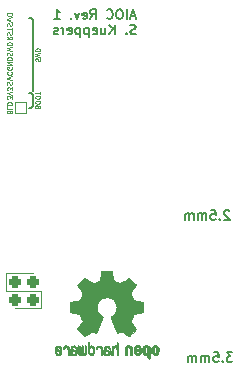
<source format=gbr>
%TF.GenerationSoftware,KiCad,Pcbnew,(6.0.8)*%
%TF.CreationDate,2022-10-30T15:43:18+01:00*%
%TF.ProjectId,k1-aioc,6b312d61-696f-4632-9e6b-696361645f70,rev?*%
%TF.SameCoordinates,Original*%
%TF.FileFunction,Legend,Bot*%
%TF.FilePolarity,Positive*%
%FSLAX46Y46*%
G04 Gerber Fmt 4.6, Leading zero omitted, Abs format (unit mm)*
G04 Created by KiCad (PCBNEW (6.0.8)) date 2022-10-30 15:43:18*
%MOMM*%
%LPD*%
G01*
G04 APERTURE LIST*
G04 Aperture macros list*
%AMRoundRect*
0 Rectangle with rounded corners*
0 $1 Rounding radius*
0 $2 $3 $4 $5 $6 $7 $8 $9 X,Y pos of 4 corners*
0 Add a 4 corners polygon primitive as box body*
4,1,4,$2,$3,$4,$5,$6,$7,$8,$9,$2,$3,0*
0 Add four circle primitives for the rounded corners*
1,1,$1+$1,$2,$3*
1,1,$1+$1,$4,$5*
1,1,$1+$1,$6,$7*
1,1,$1+$1,$8,$9*
0 Add four rect primitives between the rounded corners*
20,1,$1+$1,$2,$3,$4,$5,0*
20,1,$1+$1,$4,$5,$6,$7,0*
20,1,$1+$1,$6,$7,$8,$9,0*
20,1,$1+$1,$8,$9,$2,$3,0*%
G04 Aperture macros list end*
%ADD10C,0.150000*%
%ADD11C,0.100000*%
%ADD12C,0.200000*%
%ADD13C,0.120000*%
%ADD14C,0.010000*%
%ADD15C,0.750000*%
%ADD16O,1.050000X0.750000*%
%ADD17O,0.900000X1.500000*%
%ADD18RoundRect,0.050000X0.500000X0.500000X-0.500000X0.500000X-0.500000X-0.500000X0.500000X-0.500000X0*%
%ADD19O,1.100000X1.100000*%
%ADD20C,2.100000*%
%ADD21RoundRect,0.268750X0.218750X0.256250X-0.218750X0.256250X-0.218750X-0.256250X0.218750X-0.256250X0*%
%ADD22RoundRect,0.268750X-0.218750X-0.256250X0.218750X-0.256250X0.218750X0.256250X-0.218750X0.256250X0*%
G04 APERTURE END LIST*
D10*
X106100000Y-81150000D02*
X106250000Y-81300000D01*
X106100000Y-87500000D02*
X106250000Y-87650000D01*
X106100000Y-88750000D02*
X106250000Y-88600000D01*
X106100000Y-88750000D02*
X105950000Y-88750000D01*
X106100000Y-87500000D02*
X105950000Y-87500000D01*
X106100000Y-81150000D02*
X105950000Y-81150000D01*
X106250000Y-87350000D02*
X106250000Y-81300000D01*
X106250000Y-88600000D02*
X106250000Y-87650000D01*
D11*
X104069047Y-82719047D02*
X104259523Y-82852380D01*
X104069047Y-82947619D02*
X104469047Y-82947619D01*
X104469047Y-82795238D01*
X104450000Y-82757142D01*
X104430952Y-82738095D01*
X104392857Y-82719047D01*
X104335714Y-82719047D01*
X104297619Y-82738095D01*
X104278571Y-82757142D01*
X104259523Y-82795238D01*
X104259523Y-82947619D01*
X104088095Y-82566666D02*
X104069047Y-82509523D01*
X104069047Y-82414285D01*
X104088095Y-82376190D01*
X104107142Y-82357142D01*
X104145238Y-82338095D01*
X104183333Y-82338095D01*
X104221428Y-82357142D01*
X104240476Y-82376190D01*
X104259523Y-82414285D01*
X104278571Y-82490476D01*
X104297619Y-82528571D01*
X104316666Y-82547619D01*
X104354761Y-82566666D01*
X104392857Y-82566666D01*
X104430952Y-82547619D01*
X104450000Y-82528571D01*
X104469047Y-82490476D01*
X104469047Y-82395238D01*
X104450000Y-82338095D01*
X104469047Y-82223809D02*
X104469047Y-81995238D01*
X104069047Y-82109523D02*
X104469047Y-82109523D01*
X104088095Y-84292857D02*
X104069047Y-84235714D01*
X104069047Y-84140476D01*
X104088095Y-84102380D01*
X104107142Y-84083333D01*
X104145238Y-84064285D01*
X104183333Y-84064285D01*
X104221428Y-84083333D01*
X104240476Y-84102380D01*
X104259523Y-84140476D01*
X104278571Y-84216666D01*
X104297619Y-84254761D01*
X104316666Y-84273809D01*
X104354761Y-84292857D01*
X104392857Y-84292857D01*
X104430952Y-84273809D01*
X104450000Y-84254761D01*
X104469047Y-84216666D01*
X104469047Y-84121428D01*
X104450000Y-84064285D01*
X104469047Y-83930952D02*
X104069047Y-83835714D01*
X104354761Y-83759523D01*
X104069047Y-83683333D01*
X104469047Y-83588095D01*
X104069047Y-83435714D02*
X104469047Y-83435714D01*
X104469047Y-83340476D01*
X104450000Y-83283333D01*
X104411904Y-83245238D01*
X104373809Y-83226190D01*
X104297619Y-83207142D01*
X104240476Y-83207142D01*
X104164285Y-83226190D01*
X104126190Y-83245238D01*
X104088095Y-83283333D01*
X104069047Y-83340476D01*
X104069047Y-83435714D01*
X104088095Y-81802380D02*
X104069047Y-81745238D01*
X104069047Y-81650000D01*
X104088095Y-81611904D01*
X104107142Y-81592857D01*
X104145238Y-81573809D01*
X104183333Y-81573809D01*
X104221428Y-81592857D01*
X104240476Y-81611904D01*
X104259523Y-81650000D01*
X104278571Y-81726190D01*
X104297619Y-81764285D01*
X104316666Y-81783333D01*
X104354761Y-81802380D01*
X104392857Y-81802380D01*
X104430952Y-81783333D01*
X104450000Y-81764285D01*
X104469047Y-81726190D01*
X104469047Y-81630952D01*
X104450000Y-81573809D01*
X104469047Y-81440476D02*
X104069047Y-81345238D01*
X104354761Y-81269047D01*
X104069047Y-81192857D01*
X104469047Y-81097619D01*
X104469047Y-80869047D02*
X104469047Y-80792857D01*
X104450000Y-80754761D01*
X104411904Y-80716666D01*
X104335714Y-80697619D01*
X104202380Y-80697619D01*
X104126190Y-80716666D01*
X104088095Y-80754761D01*
X104069047Y-80792857D01*
X104069047Y-80869047D01*
X104088095Y-80907142D01*
X104126190Y-80945238D01*
X104202380Y-80964285D01*
X104335714Y-80964285D01*
X104411904Y-80945238D01*
X104450000Y-80907142D01*
X104469047Y-80869047D01*
X104450000Y-85304761D02*
X104469047Y-85342857D01*
X104469047Y-85400000D01*
X104450000Y-85457142D01*
X104411904Y-85495238D01*
X104373809Y-85514285D01*
X104297619Y-85533333D01*
X104240476Y-85533333D01*
X104164285Y-85514285D01*
X104126190Y-85495238D01*
X104088095Y-85457142D01*
X104069047Y-85400000D01*
X104069047Y-85361904D01*
X104088095Y-85304761D01*
X104107142Y-85285714D01*
X104240476Y-85285714D01*
X104240476Y-85361904D01*
X104069047Y-85114285D02*
X104469047Y-85114285D01*
X104069047Y-84885714D01*
X104469047Y-84885714D01*
X104069047Y-84695238D02*
X104469047Y-84695238D01*
X104469047Y-84600000D01*
X104450000Y-84542857D01*
X104411904Y-84504761D01*
X104373809Y-84485714D01*
X104297619Y-84466666D01*
X104240476Y-84466666D01*
X104164285Y-84485714D01*
X104126190Y-84504761D01*
X104088095Y-84542857D01*
X104069047Y-84600000D01*
X104069047Y-84695238D01*
X104278571Y-89083333D02*
X104259523Y-89026190D01*
X104240476Y-89007142D01*
X104202380Y-88988095D01*
X104145238Y-88988095D01*
X104107142Y-89007142D01*
X104088095Y-89026190D01*
X104069047Y-89064285D01*
X104069047Y-89216666D01*
X104469047Y-89216666D01*
X104469047Y-89083333D01*
X104450000Y-89045238D01*
X104430952Y-89026190D01*
X104392857Y-89007142D01*
X104354761Y-89007142D01*
X104316666Y-89026190D01*
X104297619Y-89045238D01*
X104278571Y-89083333D01*
X104278571Y-89216666D01*
X104069047Y-88626190D02*
X104069047Y-88816666D01*
X104469047Y-88816666D01*
X104069047Y-88492857D02*
X104469047Y-88492857D01*
X104469047Y-88397619D01*
X104450000Y-88340476D01*
X104411904Y-88302380D01*
X104373809Y-88283333D01*
X104297619Y-88264285D01*
X104240476Y-88264285D01*
X104164285Y-88283333D01*
X104126190Y-88302380D01*
X104088095Y-88340476D01*
X104069047Y-88397619D01*
X104069047Y-88492857D01*
X104469047Y-87995238D02*
X104469047Y-87747619D01*
X104316666Y-87880952D01*
X104316666Y-87823809D01*
X104297619Y-87785714D01*
X104278571Y-87766666D01*
X104240476Y-87747619D01*
X104145238Y-87747619D01*
X104107142Y-87766666D01*
X104088095Y-87785714D01*
X104069047Y-87823809D01*
X104069047Y-87938095D01*
X104088095Y-87976190D01*
X104107142Y-87995238D01*
X104469047Y-87633333D02*
X104069047Y-87500000D01*
X104469047Y-87366666D01*
X104469047Y-87271428D02*
X104469047Y-87023809D01*
X104316666Y-87157142D01*
X104316666Y-87100000D01*
X104297619Y-87061904D01*
X104278571Y-87042857D01*
X104240476Y-87023809D01*
X104145238Y-87023809D01*
X104107142Y-87042857D01*
X104088095Y-87061904D01*
X104069047Y-87100000D01*
X104069047Y-87214285D01*
X104088095Y-87252380D01*
X104107142Y-87271428D01*
D12*
X114928571Y-80989333D02*
X114547619Y-80989333D01*
X115004761Y-81217904D02*
X114738095Y-80417904D01*
X114471428Y-81217904D01*
X114204761Y-81217904D02*
X114204761Y-80417904D01*
X113671428Y-80417904D02*
X113519047Y-80417904D01*
X113442857Y-80456000D01*
X113366666Y-80532190D01*
X113328571Y-80684571D01*
X113328571Y-80951238D01*
X113366666Y-81103619D01*
X113442857Y-81179809D01*
X113519047Y-81217904D01*
X113671428Y-81217904D01*
X113747619Y-81179809D01*
X113823809Y-81103619D01*
X113861904Y-80951238D01*
X113861904Y-80684571D01*
X113823809Y-80532190D01*
X113747619Y-80456000D01*
X113671428Y-80417904D01*
X112528571Y-81141714D02*
X112566666Y-81179809D01*
X112680952Y-81217904D01*
X112757142Y-81217904D01*
X112871428Y-81179809D01*
X112947619Y-81103619D01*
X112985714Y-81027428D01*
X113023809Y-80875047D01*
X113023809Y-80760761D01*
X112985714Y-80608380D01*
X112947619Y-80532190D01*
X112871428Y-80456000D01*
X112757142Y-80417904D01*
X112680952Y-80417904D01*
X112566666Y-80456000D01*
X112528571Y-80494095D01*
X111119047Y-81217904D02*
X111385714Y-80836952D01*
X111576190Y-81217904D02*
X111576190Y-80417904D01*
X111271428Y-80417904D01*
X111195238Y-80456000D01*
X111157142Y-80494095D01*
X111119047Y-80570285D01*
X111119047Y-80684571D01*
X111157142Y-80760761D01*
X111195238Y-80798857D01*
X111271428Y-80836952D01*
X111576190Y-80836952D01*
X110471428Y-81179809D02*
X110547619Y-81217904D01*
X110700000Y-81217904D01*
X110776190Y-81179809D01*
X110814285Y-81103619D01*
X110814285Y-80798857D01*
X110776190Y-80722666D01*
X110700000Y-80684571D01*
X110547619Y-80684571D01*
X110471428Y-80722666D01*
X110433333Y-80798857D01*
X110433333Y-80875047D01*
X110814285Y-80951238D01*
X110166666Y-80684571D02*
X109976190Y-81217904D01*
X109785714Y-80684571D01*
X109480952Y-81141714D02*
X109442857Y-81179809D01*
X109480952Y-81217904D01*
X109519047Y-81179809D01*
X109480952Y-81141714D01*
X109480952Y-81217904D01*
X108071428Y-81217904D02*
X108528571Y-81217904D01*
X108300000Y-81217904D02*
X108300000Y-80417904D01*
X108376190Y-80532190D01*
X108452380Y-80608380D01*
X108528571Y-80646476D01*
X114966666Y-82467809D02*
X114852380Y-82505904D01*
X114661904Y-82505904D01*
X114585714Y-82467809D01*
X114547619Y-82429714D01*
X114509523Y-82353523D01*
X114509523Y-82277333D01*
X114547619Y-82201142D01*
X114585714Y-82163047D01*
X114661904Y-82124952D01*
X114814285Y-82086857D01*
X114890476Y-82048761D01*
X114928571Y-82010666D01*
X114966666Y-81934476D01*
X114966666Y-81858285D01*
X114928571Y-81782095D01*
X114890476Y-81744000D01*
X114814285Y-81705904D01*
X114623809Y-81705904D01*
X114509523Y-81744000D01*
X114166666Y-82429714D02*
X114128571Y-82467809D01*
X114166666Y-82505904D01*
X114204761Y-82467809D01*
X114166666Y-82429714D01*
X114166666Y-82505904D01*
X113176190Y-82505904D02*
X113176190Y-81705904D01*
X112719047Y-82505904D02*
X113061904Y-82048761D01*
X112719047Y-81705904D02*
X113176190Y-82163047D01*
X112033333Y-81972571D02*
X112033333Y-82505904D01*
X112376190Y-81972571D02*
X112376190Y-82391619D01*
X112338095Y-82467809D01*
X112261904Y-82505904D01*
X112147619Y-82505904D01*
X112071428Y-82467809D01*
X112033333Y-82429714D01*
X111347619Y-82467809D02*
X111423809Y-82505904D01*
X111576190Y-82505904D01*
X111652380Y-82467809D01*
X111690476Y-82391619D01*
X111690476Y-82086857D01*
X111652380Y-82010666D01*
X111576190Y-81972571D01*
X111423809Y-81972571D01*
X111347619Y-82010666D01*
X111309523Y-82086857D01*
X111309523Y-82163047D01*
X111690476Y-82239238D01*
X110966666Y-81972571D02*
X110966666Y-82772571D01*
X110966666Y-82010666D02*
X110890476Y-81972571D01*
X110738095Y-81972571D01*
X110661904Y-82010666D01*
X110623809Y-82048761D01*
X110585714Y-82124952D01*
X110585714Y-82353523D01*
X110623809Y-82429714D01*
X110661904Y-82467809D01*
X110738095Y-82505904D01*
X110890476Y-82505904D01*
X110966666Y-82467809D01*
X110242857Y-81972571D02*
X110242857Y-82772571D01*
X110242857Y-82010666D02*
X110166666Y-81972571D01*
X110014285Y-81972571D01*
X109938095Y-82010666D01*
X109900000Y-82048761D01*
X109861904Y-82124952D01*
X109861904Y-82353523D01*
X109900000Y-82429714D01*
X109938095Y-82467809D01*
X110014285Y-82505904D01*
X110166666Y-82505904D01*
X110242857Y-82467809D01*
X109214285Y-82467809D02*
X109290476Y-82505904D01*
X109442857Y-82505904D01*
X109519047Y-82467809D01*
X109557142Y-82391619D01*
X109557142Y-82086857D01*
X109519047Y-82010666D01*
X109442857Y-81972571D01*
X109290476Y-81972571D01*
X109214285Y-82010666D01*
X109176190Y-82086857D01*
X109176190Y-82163047D01*
X109557142Y-82239238D01*
X108833333Y-82505904D02*
X108833333Y-81972571D01*
X108833333Y-82124952D02*
X108795238Y-82048761D01*
X108757142Y-82010666D01*
X108680952Y-81972571D01*
X108604761Y-81972571D01*
X108376190Y-82467809D02*
X108300000Y-82505904D01*
X108147619Y-82505904D01*
X108071428Y-82467809D01*
X108033333Y-82391619D01*
X108033333Y-82353523D01*
X108071428Y-82277333D01*
X108147619Y-82239238D01*
X108261904Y-82239238D01*
X108338095Y-82201142D01*
X108376190Y-82124952D01*
X108376190Y-82086857D01*
X108338095Y-82010666D01*
X108261904Y-81972571D01*
X108147619Y-81972571D01*
X108071428Y-82010666D01*
X123154761Y-109461904D02*
X122659523Y-109461904D01*
X122926190Y-109766666D01*
X122811904Y-109766666D01*
X122735714Y-109804761D01*
X122697619Y-109842857D01*
X122659523Y-109919047D01*
X122659523Y-110109523D01*
X122697619Y-110185714D01*
X122735714Y-110223809D01*
X122811904Y-110261904D01*
X123040476Y-110261904D01*
X123116666Y-110223809D01*
X123154761Y-110185714D01*
X122316666Y-110185714D02*
X122278571Y-110223809D01*
X122316666Y-110261904D01*
X122354761Y-110223809D01*
X122316666Y-110185714D01*
X122316666Y-110261904D01*
X121554761Y-109461904D02*
X121935714Y-109461904D01*
X121973809Y-109842857D01*
X121935714Y-109804761D01*
X121859523Y-109766666D01*
X121669047Y-109766666D01*
X121592857Y-109804761D01*
X121554761Y-109842857D01*
X121516666Y-109919047D01*
X121516666Y-110109523D01*
X121554761Y-110185714D01*
X121592857Y-110223809D01*
X121669047Y-110261904D01*
X121859523Y-110261904D01*
X121935714Y-110223809D01*
X121973809Y-110185714D01*
X121173809Y-110261904D02*
X121173809Y-109728571D01*
X121173809Y-109804761D02*
X121135714Y-109766666D01*
X121059523Y-109728571D01*
X120945238Y-109728571D01*
X120869047Y-109766666D01*
X120830952Y-109842857D01*
X120830952Y-110261904D01*
X120830952Y-109842857D02*
X120792857Y-109766666D01*
X120716666Y-109728571D01*
X120602380Y-109728571D01*
X120526190Y-109766666D01*
X120488095Y-109842857D01*
X120488095Y-110261904D01*
X120107142Y-110261904D02*
X120107142Y-109728571D01*
X120107142Y-109804761D02*
X120069047Y-109766666D01*
X119992857Y-109728571D01*
X119878571Y-109728571D01*
X119802380Y-109766666D01*
X119764285Y-109842857D01*
X119764285Y-110261904D01*
X119764285Y-109842857D02*
X119726190Y-109766666D01*
X119650000Y-109728571D01*
X119535714Y-109728571D01*
X119459523Y-109766666D01*
X119421428Y-109842857D01*
X119421428Y-110261904D01*
D11*
X106488095Y-84792857D02*
X106469047Y-84735714D01*
X106469047Y-84640476D01*
X106488095Y-84602380D01*
X106507142Y-84583333D01*
X106545238Y-84564285D01*
X106583333Y-84564285D01*
X106621428Y-84583333D01*
X106640476Y-84602380D01*
X106659523Y-84640476D01*
X106678571Y-84716666D01*
X106697619Y-84754761D01*
X106716666Y-84773809D01*
X106754761Y-84792857D01*
X106792857Y-84792857D01*
X106830952Y-84773809D01*
X106850000Y-84754761D01*
X106869047Y-84716666D01*
X106869047Y-84621428D01*
X106850000Y-84564285D01*
X106869047Y-84430952D02*
X106469047Y-84335714D01*
X106754761Y-84259523D01*
X106469047Y-84183333D01*
X106869047Y-84088095D01*
X106469047Y-83935714D02*
X106869047Y-83935714D01*
X106869047Y-83840476D01*
X106850000Y-83783333D01*
X106811904Y-83745238D01*
X106773809Y-83726190D01*
X106697619Y-83707142D01*
X106640476Y-83707142D01*
X106564285Y-83726190D01*
X106526190Y-83745238D01*
X106488095Y-83783333D01*
X106469047Y-83840476D01*
X106469047Y-83935714D01*
D12*
X122866666Y-97488095D02*
X122828571Y-97450000D01*
X122752380Y-97411904D01*
X122561904Y-97411904D01*
X122485714Y-97450000D01*
X122447619Y-97488095D01*
X122409523Y-97564285D01*
X122409523Y-97640476D01*
X122447619Y-97754761D01*
X122904761Y-98211904D01*
X122409523Y-98211904D01*
X122066666Y-98135714D02*
X122028571Y-98173809D01*
X122066666Y-98211904D01*
X122104761Y-98173809D01*
X122066666Y-98135714D01*
X122066666Y-98211904D01*
X121304761Y-97411904D02*
X121685714Y-97411904D01*
X121723809Y-97792857D01*
X121685714Y-97754761D01*
X121609523Y-97716666D01*
X121419047Y-97716666D01*
X121342857Y-97754761D01*
X121304761Y-97792857D01*
X121266666Y-97869047D01*
X121266666Y-98059523D01*
X121304761Y-98135714D01*
X121342857Y-98173809D01*
X121419047Y-98211904D01*
X121609523Y-98211904D01*
X121685714Y-98173809D01*
X121723809Y-98135714D01*
X120923809Y-98211904D02*
X120923809Y-97678571D01*
X120923809Y-97754761D02*
X120885714Y-97716666D01*
X120809523Y-97678571D01*
X120695238Y-97678571D01*
X120619047Y-97716666D01*
X120580952Y-97792857D01*
X120580952Y-98211904D01*
X120580952Y-97792857D02*
X120542857Y-97716666D01*
X120466666Y-97678571D01*
X120352380Y-97678571D01*
X120276190Y-97716666D01*
X120238095Y-97792857D01*
X120238095Y-98211904D01*
X119857142Y-98211904D02*
X119857142Y-97678571D01*
X119857142Y-97754761D02*
X119819047Y-97716666D01*
X119742857Y-97678571D01*
X119628571Y-97678571D01*
X119552380Y-97716666D01*
X119514285Y-97792857D01*
X119514285Y-98211904D01*
X119514285Y-97792857D02*
X119476190Y-97716666D01*
X119400000Y-97678571D01*
X119285714Y-97678571D01*
X119209523Y-97716666D01*
X119171428Y-97792857D01*
X119171428Y-98211904D01*
D11*
X104088095Y-86792857D02*
X104069047Y-86735714D01*
X104069047Y-86640476D01*
X104088095Y-86602380D01*
X104107142Y-86583333D01*
X104145238Y-86564285D01*
X104183333Y-86564285D01*
X104221428Y-86583333D01*
X104240476Y-86602380D01*
X104259523Y-86640476D01*
X104278571Y-86716666D01*
X104297619Y-86754761D01*
X104316666Y-86773809D01*
X104354761Y-86792857D01*
X104392857Y-86792857D01*
X104430952Y-86773809D01*
X104450000Y-86754761D01*
X104469047Y-86716666D01*
X104469047Y-86621428D01*
X104450000Y-86564285D01*
X104469047Y-86430952D02*
X104069047Y-86335714D01*
X104354761Y-86259523D01*
X104069047Y-86183333D01*
X104469047Y-86088095D01*
X104107142Y-85707142D02*
X104088095Y-85726190D01*
X104069047Y-85783333D01*
X104069047Y-85821428D01*
X104088095Y-85878571D01*
X104126190Y-85916666D01*
X104164285Y-85935714D01*
X104240476Y-85954761D01*
X104297619Y-85954761D01*
X104373809Y-85935714D01*
X104411904Y-85916666D01*
X104450000Y-85878571D01*
X104469047Y-85821428D01*
X104469047Y-85783333D01*
X104450000Y-85726190D01*
X104430952Y-85707142D01*
X106678571Y-88642857D02*
X106659523Y-88585714D01*
X106640476Y-88566666D01*
X106602380Y-88547619D01*
X106545238Y-88547619D01*
X106507142Y-88566666D01*
X106488095Y-88585714D01*
X106469047Y-88623809D01*
X106469047Y-88776190D01*
X106869047Y-88776190D01*
X106869047Y-88642857D01*
X106850000Y-88604761D01*
X106830952Y-88585714D01*
X106792857Y-88566666D01*
X106754761Y-88566666D01*
X106716666Y-88585714D01*
X106697619Y-88604761D01*
X106678571Y-88642857D01*
X106678571Y-88776190D01*
X106869047Y-88300000D02*
X106869047Y-88223809D01*
X106850000Y-88185714D01*
X106811904Y-88147619D01*
X106735714Y-88128571D01*
X106602380Y-88128571D01*
X106526190Y-88147619D01*
X106488095Y-88185714D01*
X106469047Y-88223809D01*
X106469047Y-88300000D01*
X106488095Y-88338095D01*
X106526190Y-88376190D01*
X106602380Y-88395238D01*
X106735714Y-88395238D01*
X106811904Y-88376190D01*
X106850000Y-88338095D01*
X106869047Y-88300000D01*
X106869047Y-87880952D02*
X106869047Y-87804761D01*
X106850000Y-87766666D01*
X106811904Y-87728571D01*
X106735714Y-87709523D01*
X106602380Y-87709523D01*
X106526190Y-87728571D01*
X106488095Y-87766666D01*
X106469047Y-87804761D01*
X106469047Y-87880952D01*
X106488095Y-87919047D01*
X106526190Y-87957142D01*
X106602380Y-87976190D01*
X106735714Y-87976190D01*
X106811904Y-87957142D01*
X106850000Y-87919047D01*
X106869047Y-87880952D01*
X106869047Y-87595238D02*
X106869047Y-87366666D01*
X106469047Y-87480952D02*
X106869047Y-87480952D01*
D13*
%TO.C,D4*%
X106985000Y-104265000D02*
X106985000Y-105735000D01*
X106985000Y-105735000D02*
X104700000Y-105735000D01*
X104700000Y-104265000D02*
X106985000Y-104265000D01*
%TO.C,D3*%
X104015000Y-102765000D02*
X106300000Y-102765000D01*
X106300000Y-104235000D02*
X104015000Y-104235000D01*
X104015000Y-104235000D02*
X104015000Y-102765000D01*
%TO.C,REF\u002A\u002A*%
G36*
X111462839Y-109354652D02*
G01*
X111451810Y-109458507D01*
X111427814Y-109536333D01*
X111388043Y-109595760D01*
X111329688Y-109644418D01*
X111274100Y-109672546D01*
X111180751Y-109688199D01*
X111087530Y-109671084D01*
X111003272Y-109623388D01*
X110936818Y-109547294D01*
X110928793Y-109533262D01*
X110918196Y-109508679D01*
X110910335Y-109477309D01*
X110904807Y-109433769D01*
X110901206Y-109372678D01*
X110899128Y-109288655D01*
X110899064Y-109281200D01*
X111034615Y-109281200D01*
X111035077Y-109352316D01*
X111037999Y-109416641D01*
X111045221Y-109458166D01*
X111058561Y-109486067D01*
X111079836Y-109509517D01*
X111084821Y-109514025D01*
X111148863Y-109547295D01*
X111216625Y-109543890D01*
X111279734Y-109504042D01*
X111298526Y-109483398D01*
X111314254Y-109456029D01*
X111323039Y-109418192D01*
X111326859Y-109360355D01*
X111327692Y-109272986D01*
X111327281Y-109206319D01*
X111324434Y-109141245D01*
X111317256Y-109099251D01*
X111303889Y-109071063D01*
X111282472Y-109047406D01*
X111269890Y-109036753D01*
X111204699Y-109008057D01*
X111136400Y-109012575D01*
X111077098Y-109050144D01*
X111064333Y-109065040D01*
X111048764Y-109093089D01*
X111039762Y-109132258D01*
X111035617Y-109191858D01*
X111034615Y-109281200D01*
X110899064Y-109281200D01*
X110898167Y-109176320D01*
X110897919Y-109030289D01*
X110897846Y-108576963D01*
X110961346Y-108603564D01*
X110978136Y-108610845D01*
X111004859Y-108627287D01*
X111020156Y-108652187D01*
X111028563Y-108695732D01*
X111034615Y-108768106D01*
X111040144Y-108833089D01*
X111047450Y-108875750D01*
X111057918Y-108891670D01*
X111073692Y-108887400D01*
X111113890Y-108872397D01*
X111185728Y-108868678D01*
X111263010Y-108882572D01*
X111329688Y-108912505D01*
X111366371Y-108940211D01*
X111413472Y-108994269D01*
X111443638Y-109063577D01*
X111459678Y-109155765D01*
X111464191Y-109272986D01*
X111464401Y-109278462D01*
X111462839Y-109354652D01*
G37*
D14*
X111462839Y-109354652D02*
X111451810Y-109458507D01*
X111427814Y-109536333D01*
X111388043Y-109595760D01*
X111329688Y-109644418D01*
X111274100Y-109672546D01*
X111180751Y-109688199D01*
X111087530Y-109671084D01*
X111003272Y-109623388D01*
X110936818Y-109547294D01*
X110928793Y-109533262D01*
X110918196Y-109508679D01*
X110910335Y-109477309D01*
X110904807Y-109433769D01*
X110901206Y-109372678D01*
X110899128Y-109288655D01*
X110899064Y-109281200D01*
X111034615Y-109281200D01*
X111035077Y-109352316D01*
X111037999Y-109416641D01*
X111045221Y-109458166D01*
X111058561Y-109486067D01*
X111079836Y-109509517D01*
X111084821Y-109514025D01*
X111148863Y-109547295D01*
X111216625Y-109543890D01*
X111279734Y-109504042D01*
X111298526Y-109483398D01*
X111314254Y-109456029D01*
X111323039Y-109418192D01*
X111326859Y-109360355D01*
X111327692Y-109272986D01*
X111327281Y-109206319D01*
X111324434Y-109141245D01*
X111317256Y-109099251D01*
X111303889Y-109071063D01*
X111282472Y-109047406D01*
X111269890Y-109036753D01*
X111204699Y-109008057D01*
X111136400Y-109012575D01*
X111077098Y-109050144D01*
X111064333Y-109065040D01*
X111048764Y-109093089D01*
X111039762Y-109132258D01*
X111035617Y-109191858D01*
X111034615Y-109281200D01*
X110899064Y-109281200D01*
X110898167Y-109176320D01*
X110897919Y-109030289D01*
X110897846Y-108576963D01*
X110961346Y-108603564D01*
X110978136Y-108610845D01*
X111004859Y-108627287D01*
X111020156Y-108652187D01*
X111028563Y-108695732D01*
X111034615Y-108768106D01*
X111040144Y-108833089D01*
X111047450Y-108875750D01*
X111057918Y-108891670D01*
X111073692Y-108887400D01*
X111113890Y-108872397D01*
X111185728Y-108868678D01*
X111263010Y-108882572D01*
X111329688Y-108912505D01*
X111366371Y-108940211D01*
X111413472Y-108994269D01*
X111443638Y-109063577D01*
X111459678Y-109155765D01*
X111464191Y-109272986D01*
X111464401Y-109278462D01*
X111462839Y-109354652D01*
G36*
X116149763Y-109498269D02*
G01*
X116150300Y-109541802D01*
X116152019Y-109687344D01*
X116152365Y-109798711D01*
X116150277Y-109879804D01*
X116144698Y-109934522D01*
X116134567Y-109966761D01*
X116118826Y-109980422D01*
X116096417Y-109979403D01*
X116066280Y-109967603D01*
X116027355Y-109948920D01*
X116019038Y-109944933D01*
X115984402Y-109925419D01*
X115966314Y-109902202D01*
X115959392Y-109863492D01*
X115958256Y-109797497D01*
X115958205Y-109679000D01*
X115836141Y-109679000D01*
X115761055Y-109675712D01*
X115702015Y-109662377D01*
X115652986Y-109635423D01*
X115649330Y-109632788D01*
X115599581Y-109588286D01*
X115564959Y-109534523D01*
X115543123Y-109464154D01*
X115531737Y-109369830D01*
X115528959Y-109263271D01*
X115723846Y-109263271D01*
X115723880Y-109281131D01*
X115725735Y-109361748D01*
X115731693Y-109414447D01*
X115743506Y-109448668D01*
X115762923Y-109473846D01*
X115764133Y-109475049D01*
X115811858Y-109507628D01*
X115858110Y-109504417D01*
X115910350Y-109464965D01*
X115923128Y-109451482D01*
X115941949Y-109423837D01*
X115952562Y-109387880D01*
X115957252Y-109333364D01*
X115958308Y-109250042D01*
X115957394Y-109199598D01*
X115947477Y-109107857D01*
X115924842Y-109047752D01*
X115887238Y-109014900D01*
X115832416Y-109004923D01*
X115809317Y-109007050D01*
X115769350Y-109028147D01*
X115742926Y-109075161D01*
X115728330Y-109152175D01*
X115723846Y-109263271D01*
X115528959Y-109263271D01*
X115528462Y-109244206D01*
X115529187Y-109152536D01*
X115532490Y-109083098D01*
X115539828Y-109034945D01*
X115552655Y-108998866D01*
X115572423Y-108965648D01*
X115590569Y-108940261D01*
X115656461Y-108871727D01*
X115731114Y-108834505D01*
X115824904Y-108822722D01*
X115932240Y-108834467D01*
X116025031Y-108876595D01*
X116098421Y-108950898D01*
X116103954Y-108958764D01*
X116116857Y-108979668D01*
X116126742Y-109003555D01*
X116134093Y-109035582D01*
X116139394Y-109080905D01*
X116143127Y-109144679D01*
X116145778Y-109232060D01*
X116146096Y-109250042D01*
X116147828Y-109348205D01*
X116149763Y-109498269D01*
G37*
X116149763Y-109498269D02*
X116150300Y-109541802D01*
X116152019Y-109687344D01*
X116152365Y-109798711D01*
X116150277Y-109879804D01*
X116144698Y-109934522D01*
X116134567Y-109966761D01*
X116118826Y-109980422D01*
X116096417Y-109979403D01*
X116066280Y-109967603D01*
X116027355Y-109948920D01*
X116019038Y-109944933D01*
X115984402Y-109925419D01*
X115966314Y-109902202D01*
X115959392Y-109863492D01*
X115958256Y-109797497D01*
X115958205Y-109679000D01*
X115836141Y-109679000D01*
X115761055Y-109675712D01*
X115702015Y-109662377D01*
X115652986Y-109635423D01*
X115649330Y-109632788D01*
X115599581Y-109588286D01*
X115564959Y-109534523D01*
X115543123Y-109464154D01*
X115531737Y-109369830D01*
X115528959Y-109263271D01*
X115723846Y-109263271D01*
X115723880Y-109281131D01*
X115725735Y-109361748D01*
X115731693Y-109414447D01*
X115743506Y-109448668D01*
X115762923Y-109473846D01*
X115764133Y-109475049D01*
X115811858Y-109507628D01*
X115858110Y-109504417D01*
X115910350Y-109464965D01*
X115923128Y-109451482D01*
X115941949Y-109423837D01*
X115952562Y-109387880D01*
X115957252Y-109333364D01*
X115958308Y-109250042D01*
X115957394Y-109199598D01*
X115947477Y-109107857D01*
X115924842Y-109047752D01*
X115887238Y-109014900D01*
X115832416Y-109004923D01*
X115809317Y-109007050D01*
X115769350Y-109028147D01*
X115742926Y-109075161D01*
X115728330Y-109152175D01*
X115723846Y-109263271D01*
X115528959Y-109263271D01*
X115528462Y-109244206D01*
X115529187Y-109152536D01*
X115532490Y-109083098D01*
X115539828Y-109034945D01*
X115552655Y-108998866D01*
X115572423Y-108965648D01*
X115590569Y-108940261D01*
X115656461Y-108871727D01*
X115731114Y-108834505D01*
X115824904Y-108822722D01*
X115932240Y-108834467D01*
X116025031Y-108876595D01*
X116098421Y-108950898D01*
X116103954Y-108958764D01*
X116116857Y-108979668D01*
X116126742Y-109003555D01*
X116134093Y-109035582D01*
X116139394Y-109080905D01*
X116143127Y-109144679D01*
X116145778Y-109232060D01*
X116146096Y-109250042D01*
X116147828Y-109348205D01*
X116149763Y-109498269D01*
G36*
X109111501Y-108876476D02*
G01*
X109192167Y-108906440D01*
X109225714Y-108928954D01*
X109259687Y-108961212D01*
X109283919Y-109002246D01*
X109300001Y-109058108D01*
X109309521Y-109134851D01*
X109314068Y-109238525D01*
X109315231Y-109375184D01*
X109315003Y-109445805D01*
X109313860Y-109542308D01*
X109311919Y-109619323D01*
X109309365Y-109670319D01*
X109306381Y-109688769D01*
X109286962Y-109682667D01*
X109247766Y-109666095D01*
X109246589Y-109665558D01*
X109226235Y-109654903D01*
X109212546Y-109640282D01*
X109204199Y-109614673D01*
X109199874Y-109571054D01*
X109198248Y-109502403D01*
X109198000Y-109401698D01*
X109197500Y-109337813D01*
X109192164Y-109217751D01*
X109179945Y-109129809D01*
X109159552Y-109069375D01*
X109129695Y-109031836D01*
X109089082Y-109012581D01*
X109083448Y-109011239D01*
X109007378Y-109010191D01*
X108948052Y-109044271D01*
X108907077Y-109112598D01*
X108899770Y-109132351D01*
X108883114Y-109176066D01*
X108874679Y-109196155D01*
X108857356Y-109193387D01*
X108819525Y-109178365D01*
X108784240Y-109153556D01*
X108768154Y-109106670D01*
X108772952Y-109073087D01*
X108802431Y-109004967D01*
X108850098Y-108941134D01*
X108905839Y-108896988D01*
X108929193Y-108886782D01*
X109017619Y-108869718D01*
X109111501Y-108876476D01*
G37*
X109111501Y-108876476D02*
X109192167Y-108906440D01*
X109225714Y-108928954D01*
X109259687Y-108961212D01*
X109283919Y-109002246D01*
X109300001Y-109058108D01*
X109309521Y-109134851D01*
X109314068Y-109238525D01*
X109315231Y-109375184D01*
X109315003Y-109445805D01*
X109313860Y-109542308D01*
X109311919Y-109619323D01*
X109309365Y-109670319D01*
X109306381Y-109688769D01*
X109286962Y-109682667D01*
X109247766Y-109666095D01*
X109246589Y-109665558D01*
X109226235Y-109654903D01*
X109212546Y-109640282D01*
X109204199Y-109614673D01*
X109199874Y-109571054D01*
X109198248Y-109502403D01*
X109198000Y-109401698D01*
X109197500Y-109337813D01*
X109192164Y-109217751D01*
X109179945Y-109129809D01*
X109159552Y-109069375D01*
X109129695Y-109031836D01*
X109089082Y-109012581D01*
X109083448Y-109011239D01*
X109007378Y-109010191D01*
X108948052Y-109044271D01*
X108907077Y-109112598D01*
X108899770Y-109132351D01*
X108883114Y-109176066D01*
X108874679Y-109196155D01*
X108857356Y-109193387D01*
X108819525Y-109178365D01*
X108784240Y-109153556D01*
X108768154Y-109106670D01*
X108772952Y-109073087D01*
X108802431Y-109004967D01*
X108850098Y-108941134D01*
X108905839Y-108896988D01*
X108929193Y-108886782D01*
X109017619Y-108869718D01*
X109111501Y-108876476D01*
G36*
X115404574Y-109351643D02*
G01*
X115401066Y-109383021D01*
X115374927Y-109494705D01*
X115327694Y-109579642D01*
X115255862Y-109644741D01*
X115251802Y-109647428D01*
X115160487Y-109685634D01*
X115065144Y-109689034D01*
X114973274Y-109659939D01*
X114892379Y-109600660D01*
X114829962Y-109513510D01*
X114828914Y-109511409D01*
X114808173Y-109457289D01*
X114792980Y-109395781D01*
X114784921Y-109338039D01*
X114785582Y-109295215D01*
X114796548Y-109278462D01*
X114806290Y-109279480D01*
X114852877Y-109298009D01*
X114905682Y-109332081D01*
X114950603Y-109371522D01*
X114973535Y-109406155D01*
X114997373Y-109453133D01*
X115046230Y-109495862D01*
X115102963Y-109512923D01*
X115123758Y-109507990D01*
X115164804Y-109483157D01*
X115200557Y-109448685D01*
X115215846Y-109417411D01*
X115215842Y-109417295D01*
X115198495Y-109402933D01*
X115152247Y-109377025D01*
X115084067Y-109343210D01*
X115000923Y-109305129D01*
X115000466Y-109304927D01*
X114910138Y-109264709D01*
X114849592Y-109235733D01*
X114812888Y-109213474D01*
X114794086Y-109193407D01*
X114787246Y-109171009D01*
X114786429Y-109141756D01*
X114792113Y-109086363D01*
X114985000Y-109086363D01*
X115004911Y-109103777D01*
X115054521Y-109129872D01*
X115055976Y-109130610D01*
X115114506Y-109158483D01*
X115166868Y-109180719D01*
X115200086Y-109190126D01*
X115213410Y-109177552D01*
X115215846Y-109134468D01*
X115205724Y-109080847D01*
X115170631Y-109032119D01*
X115119823Y-109006856D01*
X115063181Y-109009406D01*
X115010584Y-109044120D01*
X114989910Y-109068107D01*
X114985000Y-109086363D01*
X114792113Y-109086363D01*
X114793622Y-109071654D01*
X114829184Y-108976412D01*
X114888714Y-108901567D01*
X114965746Y-108849745D01*
X115053815Y-108823573D01*
X115146454Y-108825676D01*
X115237198Y-108858681D01*
X115319579Y-108925215D01*
X115365222Y-108991055D01*
X115398008Y-109085036D01*
X115403339Y-109134468D01*
X115410787Y-109203536D01*
X115404574Y-109351643D01*
G37*
X115404574Y-109351643D02*
X115401066Y-109383021D01*
X115374927Y-109494705D01*
X115327694Y-109579642D01*
X115255862Y-109644741D01*
X115251802Y-109647428D01*
X115160487Y-109685634D01*
X115065144Y-109689034D01*
X114973274Y-109659939D01*
X114892379Y-109600660D01*
X114829962Y-109513510D01*
X114828914Y-109511409D01*
X114808173Y-109457289D01*
X114792980Y-109395781D01*
X114784921Y-109338039D01*
X114785582Y-109295215D01*
X114796548Y-109278462D01*
X114806290Y-109279480D01*
X114852877Y-109298009D01*
X114905682Y-109332081D01*
X114950603Y-109371522D01*
X114973535Y-109406155D01*
X114997373Y-109453133D01*
X115046230Y-109495862D01*
X115102963Y-109512923D01*
X115123758Y-109507990D01*
X115164804Y-109483157D01*
X115200557Y-109448685D01*
X115215846Y-109417411D01*
X115215842Y-109417295D01*
X115198495Y-109402933D01*
X115152247Y-109377025D01*
X115084067Y-109343210D01*
X115000923Y-109305129D01*
X115000466Y-109304927D01*
X114910138Y-109264709D01*
X114849592Y-109235733D01*
X114812888Y-109213474D01*
X114794086Y-109193407D01*
X114787246Y-109171009D01*
X114786429Y-109141756D01*
X114792113Y-109086363D01*
X114985000Y-109086363D01*
X115004911Y-109103777D01*
X115054521Y-109129872D01*
X115055976Y-109130610D01*
X115114506Y-109158483D01*
X115166868Y-109180719D01*
X115200086Y-109190126D01*
X115213410Y-109177552D01*
X115215846Y-109134468D01*
X115205724Y-109080847D01*
X115170631Y-109032119D01*
X115119823Y-109006856D01*
X115063181Y-109009406D01*
X115010584Y-109044120D01*
X114989910Y-109068107D01*
X114985000Y-109086363D01*
X114792113Y-109086363D01*
X114793622Y-109071654D01*
X114829184Y-108976412D01*
X114888714Y-108901567D01*
X114965746Y-108849745D01*
X115053815Y-108823573D01*
X115146454Y-108825676D01*
X115237198Y-108858681D01*
X115319579Y-108925215D01*
X115365222Y-108991055D01*
X115398008Y-109085036D01*
X115403339Y-109134468D01*
X115410787Y-109203536D01*
X115404574Y-109351643D01*
G36*
X114426372Y-108831684D02*
G01*
X114517629Y-108874569D01*
X114592416Y-108948729D01*
X114607917Y-108971944D01*
X114620774Y-108998256D01*
X114629893Y-109031420D01*
X114636102Y-109077881D01*
X114640233Y-109144082D01*
X114643116Y-109236468D01*
X114645579Y-109361485D01*
X114651697Y-109708278D01*
X114600303Y-109688738D01*
X114553246Y-109670787D01*
X114518015Y-109653511D01*
X114495017Y-109631242D01*
X114481655Y-109597165D01*
X114475328Y-109544463D01*
X114473437Y-109466323D01*
X114473385Y-109355928D01*
X114473117Y-109267935D01*
X114471521Y-109183502D01*
X114467712Y-109125834D01*
X114460820Y-109087988D01*
X114449975Y-109063024D01*
X114434308Y-109044000D01*
X114395792Y-109017153D01*
X114331091Y-109007034D01*
X114267081Y-109032606D01*
X114262856Y-109035880D01*
X114249689Y-109051007D01*
X114239975Y-109075268D01*
X114232903Y-109114650D01*
X114227656Y-109175141D01*
X114223421Y-109262729D01*
X114219385Y-109383402D01*
X114209615Y-109706515D01*
X114043539Y-109632065D01*
X114043539Y-109337062D01*
X114043883Y-109256919D01*
X114046847Y-109145431D01*
X114054351Y-109062421D01*
X114068190Y-109001199D01*
X114090155Y-108955075D01*
X114122039Y-108917358D01*
X114165633Y-108881358D01*
X114228336Y-108845089D01*
X114327117Y-108821412D01*
X114426372Y-108831684D01*
G37*
X114426372Y-108831684D02*
X114517629Y-108874569D01*
X114592416Y-108948729D01*
X114607917Y-108971944D01*
X114620774Y-108998256D01*
X114629893Y-109031420D01*
X114636102Y-109077881D01*
X114640233Y-109144082D01*
X114643116Y-109236468D01*
X114645579Y-109361485D01*
X114651697Y-109708278D01*
X114600303Y-109688738D01*
X114553246Y-109670787D01*
X114518015Y-109653511D01*
X114495017Y-109631242D01*
X114481655Y-109597165D01*
X114475328Y-109544463D01*
X114473437Y-109466323D01*
X114473385Y-109355928D01*
X114473117Y-109267935D01*
X114471521Y-109183502D01*
X114467712Y-109125834D01*
X114460820Y-109087988D01*
X114449975Y-109063024D01*
X114434308Y-109044000D01*
X114395792Y-109017153D01*
X114331091Y-109007034D01*
X114267081Y-109032606D01*
X114262856Y-109035880D01*
X114249689Y-109051007D01*
X114239975Y-109075268D01*
X114232903Y-109114650D01*
X114227656Y-109175141D01*
X114223421Y-109262729D01*
X114219385Y-109383402D01*
X114209615Y-109706515D01*
X114043539Y-109632065D01*
X114043539Y-109337062D01*
X114043883Y-109256919D01*
X114046847Y-109145431D01*
X114054351Y-109062421D01*
X114068190Y-109001199D01*
X114090155Y-108955075D01*
X114122039Y-108917358D01*
X114165633Y-108881358D01*
X114228336Y-108845089D01*
X114327117Y-108821412D01*
X114426372Y-108831684D01*
G36*
X111971892Y-108897167D02*
G01*
X111978060Y-108900581D01*
X112028447Y-108939692D01*
X112073498Y-108989975D01*
X112081355Y-109001339D01*
X112096376Y-109027860D01*
X112107107Y-109059336D01*
X112114486Y-109102591D01*
X112119452Y-109164449D01*
X112122942Y-109251733D01*
X112125893Y-109371269D01*
X112126311Y-109391478D01*
X112127654Y-109522499D01*
X112125761Y-109615296D01*
X112120605Y-109670507D01*
X112112158Y-109688769D01*
X112086594Y-109683301D01*
X112043166Y-109666733D01*
X112032940Y-109661888D01*
X112016967Y-109650920D01*
X112005954Y-109632890D01*
X111998750Y-109601396D01*
X111994208Y-109550036D01*
X111991180Y-109472410D01*
X111988516Y-109362115D01*
X111987785Y-109329875D01*
X111984965Y-109228050D01*
X111981304Y-109156788D01*
X111975694Y-109109332D01*
X111967029Y-109078925D01*
X111954202Y-109058810D01*
X111936105Y-109042229D01*
X111882525Y-109013161D01*
X111816612Y-109007564D01*
X111757635Y-109029807D01*
X111715203Y-109075859D01*
X111698923Y-109141692D01*
X111698470Y-109159587D01*
X111689578Y-109191982D01*
X111663325Y-109196925D01*
X111611919Y-109177633D01*
X111600013Y-109171446D01*
X111567835Y-109135058D01*
X111567198Y-109080954D01*
X111597856Y-109006128D01*
X111625978Y-108965350D01*
X111697883Y-108907421D01*
X111786638Y-108874670D01*
X111881542Y-108870212D01*
X111971892Y-108897167D01*
G37*
X111971892Y-108897167D02*
X111978060Y-108900581D01*
X112028447Y-108939692D01*
X112073498Y-108989975D01*
X112081355Y-109001339D01*
X112096376Y-109027860D01*
X112107107Y-109059336D01*
X112114486Y-109102591D01*
X112119452Y-109164449D01*
X112122942Y-109251733D01*
X112125893Y-109371269D01*
X112126311Y-109391478D01*
X112127654Y-109522499D01*
X112125761Y-109615296D01*
X112120605Y-109670507D01*
X112112158Y-109688769D01*
X112086594Y-109683301D01*
X112043166Y-109666733D01*
X112032940Y-109661888D01*
X112016967Y-109650920D01*
X112005954Y-109632890D01*
X111998750Y-109601396D01*
X111994208Y-109550036D01*
X111991180Y-109472410D01*
X111988516Y-109362115D01*
X111987785Y-109329875D01*
X111984965Y-109228050D01*
X111981304Y-109156788D01*
X111975694Y-109109332D01*
X111967029Y-109078925D01*
X111954202Y-109058810D01*
X111936105Y-109042229D01*
X111882525Y-109013161D01*
X111816612Y-109007564D01*
X111757635Y-109029807D01*
X111715203Y-109075859D01*
X111698923Y-109141692D01*
X111698470Y-109159587D01*
X111689578Y-109191982D01*
X111663325Y-109196925D01*
X111611919Y-109177633D01*
X111600013Y-109171446D01*
X111567835Y-109135058D01*
X111567198Y-109080954D01*
X111597856Y-109006128D01*
X111625978Y-108965350D01*
X111697883Y-108907421D01*
X111786638Y-108874670D01*
X111881542Y-108870212D01*
X111971892Y-108897167D01*
G36*
X112517575Y-102537693D02*
G01*
X112653371Y-102537807D01*
X112755576Y-102538472D01*
X112829122Y-102540182D01*
X112878942Y-102543429D01*
X112909967Y-102548706D01*
X112927129Y-102556507D01*
X112935361Y-102567325D01*
X112939594Y-102581654D01*
X112939716Y-102582168D01*
X112946672Y-102615851D01*
X112959320Y-102680917D01*
X112976360Y-102770542D01*
X112996496Y-102877904D01*
X113018429Y-102996178D01*
X113020218Y-103005856D01*
X113042083Y-103120650D01*
X113062430Y-103221480D01*
X113079934Y-103302217D01*
X113093271Y-103356734D01*
X113101116Y-103378901D01*
X113101158Y-103378936D01*
X113125884Y-103391200D01*
X113176631Y-103411576D01*
X113242462Y-103435674D01*
X113246169Y-103436983D01*
X113330331Y-103468791D01*
X113428230Y-103508685D01*
X113519435Y-103548353D01*
X113669407Y-103616420D01*
X114001499Y-103389639D01*
X114024889Y-103373688D01*
X114125080Y-103305890D01*
X114214480Y-103246208D01*
X114287745Y-103198156D01*
X114339527Y-103165250D01*
X114364480Y-103151004D01*
X114381577Y-103154270D01*
X114420395Y-103179571D01*
X114480385Y-103229675D01*
X114563210Y-103305989D01*
X114670535Y-103409922D01*
X114680139Y-103419382D01*
X114765302Y-103504145D01*
X114840949Y-103580937D01*
X114902449Y-103644947D01*
X114945173Y-103691361D01*
X114964489Y-103715369D01*
X114964552Y-103715485D01*
X114967006Y-103733763D01*
X114957956Y-103763411D01*
X114935119Y-103808486D01*
X114896213Y-103873044D01*
X114838954Y-103961140D01*
X114761059Y-104076830D01*
X114747785Y-104096357D01*
X114680652Y-104195278D01*
X114621410Y-104282848D01*
X114573588Y-104353831D01*
X114540715Y-104402991D01*
X114526318Y-104425095D01*
X114525232Y-104429777D01*
X114532044Y-104464710D01*
X114552450Y-104521753D01*
X114583123Y-104591172D01*
X114624808Y-104681959D01*
X114671352Y-104789686D01*
X114710877Y-104887192D01*
X114720676Y-104912430D01*
X114746340Y-104976870D01*
X114765193Y-105021763D01*
X114773710Y-105038616D01*
X114783111Y-105039875D01*
X114825363Y-105047159D01*
X114894521Y-105059739D01*
X114983387Y-105076246D01*
X115084768Y-105095312D01*
X115191467Y-105115569D01*
X115296288Y-105135647D01*
X115392036Y-105154179D01*
X115471516Y-105169795D01*
X115527530Y-105181127D01*
X115552885Y-105186807D01*
X115557088Y-105188408D01*
X115567334Y-105197045D01*
X115574957Y-105215433D01*
X115580338Y-105248460D01*
X115583859Y-105301013D01*
X115585901Y-105377979D01*
X115586847Y-105484246D01*
X115587077Y-105624701D01*
X115587077Y-106051845D01*
X115484500Y-106072091D01*
X115472092Y-106074518D01*
X115406199Y-106087088D01*
X115315084Y-106104170D01*
X115209104Y-106123829D01*
X115098615Y-106144132D01*
X115055105Y-106152299D01*
X114957882Y-106172167D01*
X114876858Y-106190954D01*
X114819477Y-106206859D01*
X114793187Y-106218079D01*
X114781273Y-106236411D01*
X114759583Y-106284916D01*
X114737395Y-106347692D01*
X114729585Y-106371200D01*
X114700835Y-106448366D01*
X114663752Y-106539694D01*
X114624375Y-106630093D01*
X114603315Y-106677310D01*
X114573311Y-106747837D01*
X114552692Y-106800655D01*
X114545026Y-106826912D01*
X114545452Y-106828894D01*
X114559993Y-106856751D01*
X114592783Y-106910510D01*
X114640493Y-106984963D01*
X114699798Y-107074897D01*
X114767369Y-107175104D01*
X114989713Y-107501416D01*
X114697601Y-107794016D01*
X114669349Y-107822171D01*
X114582961Y-107906449D01*
X114505756Y-107979128D01*
X114442258Y-108036112D01*
X114396990Y-108073307D01*
X114374474Y-108086616D01*
X114350023Y-108076490D01*
X114298819Y-108047421D01*
X114226747Y-108002896D01*
X114139460Y-107946411D01*
X114042612Y-107881462D01*
X113947486Y-107817314D01*
X113861669Y-107760827D01*
X113791652Y-107716184D01*
X113742876Y-107686855D01*
X113720783Y-107676308D01*
X113719488Y-107676404D01*
X113690139Y-107686802D01*
X113638093Y-107711012D01*
X113573708Y-107744249D01*
X113573032Y-107744613D01*
X113487521Y-107787441D01*
X113428926Y-107808365D01*
X113392571Y-107808423D01*
X113373775Y-107788654D01*
X113365819Y-107769195D01*
X113344347Y-107717080D01*
X113311273Y-107636964D01*
X113268356Y-107533107D01*
X113217356Y-107409767D01*
X113160033Y-107271201D01*
X113098146Y-107121670D01*
X113042052Y-106985636D01*
X112984977Y-106846050D01*
X112934479Y-106721315D01*
X112892254Y-106615672D01*
X112859995Y-106533365D01*
X112839397Y-106478635D01*
X112832154Y-106455726D01*
X112845986Y-106434718D01*
X112884412Y-106399642D01*
X112938807Y-106358887D01*
X113069395Y-106252267D01*
X113186260Y-106116025D01*
X113271780Y-105966118D01*
X113325431Y-105806971D01*
X113346684Y-105643012D01*
X113335014Y-105478667D01*
X113289894Y-105318361D01*
X113210797Y-105166520D01*
X113097197Y-105027572D01*
X113037965Y-104973460D01*
X112896054Y-104877782D01*
X112744206Y-104815405D01*
X112586861Y-104784844D01*
X112428456Y-104784615D01*
X112273429Y-104813232D01*
X112126220Y-104869210D01*
X111991266Y-104951064D01*
X111873005Y-105057309D01*
X111775877Y-105186459D01*
X111704318Y-105337031D01*
X111662769Y-105507539D01*
X111655143Y-105589722D01*
X111665634Y-105767775D01*
X111712882Y-105936704D01*
X111795489Y-106093522D01*
X111912059Y-106235245D01*
X112061193Y-106358887D01*
X112113561Y-106397982D01*
X112152832Y-106433443D01*
X112167846Y-106455692D01*
X112161859Y-106475088D01*
X112142432Y-106527059D01*
X112111194Y-106607002D01*
X112069839Y-106710673D01*
X112020061Y-106833832D01*
X111963553Y-106972234D01*
X111902009Y-107121637D01*
X111846008Y-107257020D01*
X111788184Y-107396852D01*
X111736500Y-107521872D01*
X111692718Y-107627822D01*
X111658597Y-107710441D01*
X111635898Y-107765472D01*
X111626380Y-107788654D01*
X111626269Y-107788928D01*
X111607228Y-107808503D01*
X111570694Y-107808279D01*
X111511954Y-107787210D01*
X111426292Y-107744249D01*
X111419549Y-107740631D01*
X111355938Y-107708087D01*
X111305707Y-107685050D01*
X111279218Y-107676308D01*
X111257506Y-107686639D01*
X111208984Y-107715788D01*
X111139163Y-107760287D01*
X111053484Y-107816668D01*
X110957388Y-107881462D01*
X110862706Y-107944984D01*
X110775132Y-108001705D01*
X110702642Y-108046547D01*
X110650889Y-108076016D01*
X110625526Y-108086616D01*
X110621206Y-108085270D01*
X110591092Y-108064056D01*
X110539640Y-108020237D01*
X110471375Y-107957909D01*
X110390820Y-107881170D01*
X110302500Y-107794116D01*
X110010488Y-107501617D01*
X110465360Y-106832525D01*
X110396208Y-106682916D01*
X110396003Y-106682473D01*
X110354477Y-106587101D01*
X110312044Y-106480896D01*
X110277858Y-106386769D01*
X110272684Y-106371588D01*
X110246601Y-106301109D01*
X110223081Y-106246342D01*
X110206677Y-106218079D01*
X110199996Y-106214088D01*
X110159892Y-106200697D01*
X110091795Y-106183373D01*
X110003145Y-106163917D01*
X109901385Y-106144132D01*
X109870904Y-106138551D01*
X109760628Y-106118233D01*
X109657731Y-106099095D01*
X109572569Y-106083070D01*
X109515500Y-106072091D01*
X109412923Y-106051845D01*
X109412923Y-105624701D01*
X109412946Y-105572180D01*
X109413379Y-105444047D01*
X109414659Y-105348420D01*
X109417168Y-105280411D01*
X109421286Y-105235133D01*
X109427395Y-105207697D01*
X109435878Y-105193218D01*
X109447115Y-105186807D01*
X109457994Y-105184209D01*
X109502347Y-105175022D01*
X109573106Y-105160991D01*
X109663074Y-105143486D01*
X109765056Y-105123874D01*
X109871857Y-105103525D01*
X109976281Y-105083807D01*
X110071132Y-105066089D01*
X110149214Y-105051738D01*
X110203332Y-105042124D01*
X110226291Y-105038616D01*
X110227842Y-105036497D01*
X110240325Y-105009006D01*
X110261927Y-104956406D01*
X110289123Y-104887192D01*
X110326866Y-104793937D01*
X110373328Y-104686159D01*
X110416878Y-104591172D01*
X110426858Y-104569851D01*
X110454862Y-104503086D01*
X110471641Y-104451590D01*
X110473854Y-104425095D01*
X110472713Y-104423218D01*
X110454584Y-104395565D01*
X110418644Y-104341849D01*
X110368418Y-104267303D01*
X110307430Y-104177162D01*
X110239205Y-104076657D01*
X110162330Y-103962470D01*
X110104663Y-103873770D01*
X110065426Y-103808721D01*
X110042350Y-103763295D01*
X110033166Y-103733463D01*
X110035604Y-103715195D01*
X110036424Y-103713825D01*
X110058477Y-103687205D01*
X110103436Y-103638697D01*
X110166673Y-103573108D01*
X110243559Y-103495247D01*
X110329465Y-103409922D01*
X110418579Y-103323334D01*
X110505872Y-103241947D01*
X110570018Y-103187035D01*
X110612679Y-103157190D01*
X110635521Y-103151004D01*
X110638505Y-103152394D01*
X110669936Y-103171127D01*
X110726997Y-103207733D01*
X110804343Y-103258697D01*
X110896626Y-103320504D01*
X110998502Y-103389639D01*
X111330593Y-103616420D01*
X111480566Y-103548353D01*
X111484923Y-103546381D01*
X111577000Y-103506491D01*
X111674683Y-103466818D01*
X111757539Y-103435674D01*
X111757905Y-103435545D01*
X111823685Y-103411456D01*
X111874323Y-103391110D01*
X111898884Y-103378901D01*
X111899282Y-103378458D01*
X111907619Y-103353456D01*
X111921341Y-103296598D01*
X111939123Y-103214014D01*
X111959641Y-103111831D01*
X111981571Y-102996178D01*
X111982336Y-102992033D01*
X112004229Y-102874019D01*
X112024281Y-102767151D01*
X112041192Y-102678252D01*
X112053667Y-102614145D01*
X112060406Y-102581654D01*
X112060837Y-102579853D01*
X112065273Y-102565944D01*
X112074263Y-102555489D01*
X112092737Y-102547996D01*
X112125628Y-102542972D01*
X112177868Y-102539922D01*
X112254388Y-102538355D01*
X112360122Y-102537776D01*
X112500000Y-102537692D01*
X112517575Y-102537693D01*
G37*
X112517575Y-102537693D02*
X112653371Y-102537807D01*
X112755576Y-102538472D01*
X112829122Y-102540182D01*
X112878942Y-102543429D01*
X112909967Y-102548706D01*
X112927129Y-102556507D01*
X112935361Y-102567325D01*
X112939594Y-102581654D01*
X112939716Y-102582168D01*
X112946672Y-102615851D01*
X112959320Y-102680917D01*
X112976360Y-102770542D01*
X112996496Y-102877904D01*
X113018429Y-102996178D01*
X113020218Y-103005856D01*
X113042083Y-103120650D01*
X113062430Y-103221480D01*
X113079934Y-103302217D01*
X113093271Y-103356734D01*
X113101116Y-103378901D01*
X113101158Y-103378936D01*
X113125884Y-103391200D01*
X113176631Y-103411576D01*
X113242462Y-103435674D01*
X113246169Y-103436983D01*
X113330331Y-103468791D01*
X113428230Y-103508685D01*
X113519435Y-103548353D01*
X113669407Y-103616420D01*
X114001499Y-103389639D01*
X114024889Y-103373688D01*
X114125080Y-103305890D01*
X114214480Y-103246208D01*
X114287745Y-103198156D01*
X114339527Y-103165250D01*
X114364480Y-103151004D01*
X114381577Y-103154270D01*
X114420395Y-103179571D01*
X114480385Y-103229675D01*
X114563210Y-103305989D01*
X114670535Y-103409922D01*
X114680139Y-103419382D01*
X114765302Y-103504145D01*
X114840949Y-103580937D01*
X114902449Y-103644947D01*
X114945173Y-103691361D01*
X114964489Y-103715369D01*
X114964552Y-103715485D01*
X114967006Y-103733763D01*
X114957956Y-103763411D01*
X114935119Y-103808486D01*
X114896213Y-103873044D01*
X114838954Y-103961140D01*
X114761059Y-104076830D01*
X114747785Y-104096357D01*
X114680652Y-104195278D01*
X114621410Y-104282848D01*
X114573588Y-104353831D01*
X114540715Y-104402991D01*
X114526318Y-104425095D01*
X114525232Y-104429777D01*
X114532044Y-104464710D01*
X114552450Y-104521753D01*
X114583123Y-104591172D01*
X114624808Y-104681959D01*
X114671352Y-104789686D01*
X114710877Y-104887192D01*
X114720676Y-104912430D01*
X114746340Y-104976870D01*
X114765193Y-105021763D01*
X114773710Y-105038616D01*
X114783111Y-105039875D01*
X114825363Y-105047159D01*
X114894521Y-105059739D01*
X114983387Y-105076246D01*
X115084768Y-105095312D01*
X115191467Y-105115569D01*
X115296288Y-105135647D01*
X115392036Y-105154179D01*
X115471516Y-105169795D01*
X115527530Y-105181127D01*
X115552885Y-105186807D01*
X115557088Y-105188408D01*
X115567334Y-105197045D01*
X115574957Y-105215433D01*
X115580338Y-105248460D01*
X115583859Y-105301013D01*
X115585901Y-105377979D01*
X115586847Y-105484246D01*
X115587077Y-105624701D01*
X115587077Y-106051845D01*
X115484500Y-106072091D01*
X115472092Y-106074518D01*
X115406199Y-106087088D01*
X115315084Y-106104170D01*
X115209104Y-106123829D01*
X115098615Y-106144132D01*
X115055105Y-106152299D01*
X114957882Y-106172167D01*
X114876858Y-106190954D01*
X114819477Y-106206859D01*
X114793187Y-106218079D01*
X114781273Y-106236411D01*
X114759583Y-106284916D01*
X114737395Y-106347692D01*
X114729585Y-106371200D01*
X114700835Y-106448366D01*
X114663752Y-106539694D01*
X114624375Y-106630093D01*
X114603315Y-106677310D01*
X114573311Y-106747837D01*
X114552692Y-106800655D01*
X114545026Y-106826912D01*
X114545452Y-106828894D01*
X114559993Y-106856751D01*
X114592783Y-106910510D01*
X114640493Y-106984963D01*
X114699798Y-107074897D01*
X114767369Y-107175104D01*
X114989713Y-107501416D01*
X114697601Y-107794016D01*
X114669349Y-107822171D01*
X114582961Y-107906449D01*
X114505756Y-107979128D01*
X114442258Y-108036112D01*
X114396990Y-108073307D01*
X114374474Y-108086616D01*
X114350023Y-108076490D01*
X114298819Y-108047421D01*
X114226747Y-108002896D01*
X114139460Y-107946411D01*
X114042612Y-107881462D01*
X113947486Y-107817314D01*
X113861669Y-107760827D01*
X113791652Y-107716184D01*
X113742876Y-107686855D01*
X113720783Y-107676308D01*
X113719488Y-107676404D01*
X113690139Y-107686802D01*
X113638093Y-107711012D01*
X113573708Y-107744249D01*
X113573032Y-107744613D01*
X113487521Y-107787441D01*
X113428926Y-107808365D01*
X113392571Y-107808423D01*
X113373775Y-107788654D01*
X113365819Y-107769195D01*
X113344347Y-107717080D01*
X113311273Y-107636964D01*
X113268356Y-107533107D01*
X113217356Y-107409767D01*
X113160033Y-107271201D01*
X113098146Y-107121670D01*
X113042052Y-106985636D01*
X112984977Y-106846050D01*
X112934479Y-106721315D01*
X112892254Y-106615672D01*
X112859995Y-106533365D01*
X112839397Y-106478635D01*
X112832154Y-106455726D01*
X112845986Y-106434718D01*
X112884412Y-106399642D01*
X112938807Y-106358887D01*
X113069395Y-106252267D01*
X113186260Y-106116025D01*
X113271780Y-105966118D01*
X113325431Y-105806971D01*
X113346684Y-105643012D01*
X113335014Y-105478667D01*
X113289894Y-105318361D01*
X113210797Y-105166520D01*
X113097197Y-105027572D01*
X113037965Y-104973460D01*
X112896054Y-104877782D01*
X112744206Y-104815405D01*
X112586861Y-104784844D01*
X112428456Y-104784615D01*
X112273429Y-104813232D01*
X112126220Y-104869210D01*
X111991266Y-104951064D01*
X111873005Y-105057309D01*
X111775877Y-105186459D01*
X111704318Y-105337031D01*
X111662769Y-105507539D01*
X111655143Y-105589722D01*
X111665634Y-105767775D01*
X111712882Y-105936704D01*
X111795489Y-106093522D01*
X111912059Y-106235245D01*
X112061193Y-106358887D01*
X112113561Y-106397982D01*
X112152832Y-106433443D01*
X112167846Y-106455692D01*
X112161859Y-106475088D01*
X112142432Y-106527059D01*
X112111194Y-106607002D01*
X112069839Y-106710673D01*
X112020061Y-106833832D01*
X111963553Y-106972234D01*
X111902009Y-107121637D01*
X111846008Y-107257020D01*
X111788184Y-107396852D01*
X111736500Y-107521872D01*
X111692718Y-107627822D01*
X111658597Y-107710441D01*
X111635898Y-107765472D01*
X111626380Y-107788654D01*
X111626269Y-107788928D01*
X111607228Y-107808503D01*
X111570694Y-107808279D01*
X111511954Y-107787210D01*
X111426292Y-107744249D01*
X111419549Y-107740631D01*
X111355938Y-107708087D01*
X111305707Y-107685050D01*
X111279218Y-107676308D01*
X111257506Y-107686639D01*
X111208984Y-107715788D01*
X111139163Y-107760287D01*
X111053484Y-107816668D01*
X110957388Y-107881462D01*
X110862706Y-107944984D01*
X110775132Y-108001705D01*
X110702642Y-108046547D01*
X110650889Y-108076016D01*
X110625526Y-108086616D01*
X110621206Y-108085270D01*
X110591092Y-108064056D01*
X110539640Y-108020237D01*
X110471375Y-107957909D01*
X110390820Y-107881170D01*
X110302500Y-107794116D01*
X110010488Y-107501617D01*
X110465360Y-106832525D01*
X110396208Y-106682916D01*
X110396003Y-106682473D01*
X110354477Y-106587101D01*
X110312044Y-106480896D01*
X110277858Y-106386769D01*
X110272684Y-106371588D01*
X110246601Y-106301109D01*
X110223081Y-106246342D01*
X110206677Y-106218079D01*
X110199996Y-106214088D01*
X110159892Y-106200697D01*
X110091795Y-106183373D01*
X110003145Y-106163917D01*
X109901385Y-106144132D01*
X109870904Y-106138551D01*
X109760628Y-106118233D01*
X109657731Y-106099095D01*
X109572569Y-106083070D01*
X109515500Y-106072091D01*
X109412923Y-106051845D01*
X109412923Y-105624701D01*
X109412946Y-105572180D01*
X109413379Y-105444047D01*
X109414659Y-105348420D01*
X109417168Y-105280411D01*
X109421286Y-105235133D01*
X109427395Y-105207697D01*
X109435878Y-105193218D01*
X109447115Y-105186807D01*
X109457994Y-105184209D01*
X109502347Y-105175022D01*
X109573106Y-105160991D01*
X109663074Y-105143486D01*
X109765056Y-105123874D01*
X109871857Y-105103525D01*
X109976281Y-105083807D01*
X110071132Y-105066089D01*
X110149214Y-105051738D01*
X110203332Y-105042124D01*
X110226291Y-105038616D01*
X110227842Y-105036497D01*
X110240325Y-105009006D01*
X110261927Y-104956406D01*
X110289123Y-104887192D01*
X110326866Y-104793937D01*
X110373328Y-104686159D01*
X110416878Y-104591172D01*
X110426858Y-104569851D01*
X110454862Y-104503086D01*
X110471641Y-104451590D01*
X110473854Y-104425095D01*
X110472713Y-104423218D01*
X110454584Y-104395565D01*
X110418644Y-104341849D01*
X110368418Y-104267303D01*
X110307430Y-104177162D01*
X110239205Y-104076657D01*
X110162330Y-103962470D01*
X110104663Y-103873770D01*
X110065426Y-103808721D01*
X110042350Y-103763295D01*
X110033166Y-103733463D01*
X110035604Y-103715195D01*
X110036424Y-103713825D01*
X110058477Y-103687205D01*
X110103436Y-103638697D01*
X110166673Y-103573108D01*
X110243559Y-103495247D01*
X110329465Y-103409922D01*
X110418579Y-103323334D01*
X110505872Y-103241947D01*
X110570018Y-103187035D01*
X110612679Y-103157190D01*
X110635521Y-103151004D01*
X110638505Y-103152394D01*
X110669936Y-103171127D01*
X110726997Y-103207733D01*
X110804343Y-103258697D01*
X110896626Y-103320504D01*
X110998502Y-103389639D01*
X111330593Y-103616420D01*
X111480566Y-103548353D01*
X111484923Y-103546381D01*
X111577000Y-103506491D01*
X111674683Y-103466818D01*
X111757539Y-103435674D01*
X111757905Y-103435545D01*
X111823685Y-103411456D01*
X111874323Y-103391110D01*
X111898884Y-103378901D01*
X111899282Y-103378458D01*
X111907619Y-103353456D01*
X111921341Y-103296598D01*
X111939123Y-103214014D01*
X111959641Y-103111831D01*
X111981571Y-102996178D01*
X111982336Y-102992033D01*
X112004229Y-102874019D01*
X112024281Y-102767151D01*
X112041192Y-102678252D01*
X112053667Y-102614145D01*
X112060406Y-102581654D01*
X112060837Y-102579853D01*
X112065273Y-102565944D01*
X112074263Y-102555489D01*
X112092737Y-102547996D01*
X112125628Y-102542972D01*
X112177868Y-102539922D01*
X112254388Y-102538355D01*
X112360122Y-102537776D01*
X112500000Y-102537692D01*
X112517575Y-102537693D01*
G36*
X109763936Y-108869911D02*
G01*
X109805807Y-108880547D01*
X109844791Y-108907062D01*
X109894965Y-108956420D01*
X109927232Y-108991279D01*
X109960844Y-109036534D01*
X109976003Y-109078951D01*
X109979539Y-109132768D01*
X109979539Y-109220850D01*
X109919470Y-109189787D01*
X109871867Y-109151936D01*
X109839261Y-109100950D01*
X109833661Y-109087088D01*
X109790992Y-109033358D01*
X109731707Y-109006417D01*
X109667061Y-109009039D01*
X109608308Y-109044000D01*
X109583450Y-109072394D01*
X109568970Y-109108718D01*
X109584470Y-109141046D01*
X109632667Y-109173565D01*
X109716274Y-109210461D01*
X109728962Y-109215557D01*
X109805078Y-109248907D01*
X109870396Y-109281793D01*
X109911953Y-109307769D01*
X109953576Y-109354167D01*
X109981247Y-109428211D01*
X109978310Y-109507670D01*
X109945571Y-109582868D01*
X109883841Y-109644131D01*
X109833858Y-109670210D01*
X109737303Y-109688470D01*
X109683647Y-109686007D01*
X109633976Y-109672687D01*
X109614919Y-109644739D01*
X109622045Y-109598710D01*
X109624118Y-109592624D01*
X109640556Y-109560349D01*
X109667926Y-109548133D01*
X109720068Y-109548950D01*
X109756884Y-109550061D01*
X109799961Y-109540528D01*
X109829475Y-109512026D01*
X109846286Y-109476935D01*
X109848161Y-109440175D01*
X109848074Y-109439961D01*
X109826279Y-109420098D01*
X109779632Y-109391192D01*
X109719278Y-109358886D01*
X109656360Y-109328823D01*
X109602023Y-109306646D01*
X109567410Y-109298000D01*
X109562260Y-109306467D01*
X109555778Y-109346309D01*
X109551339Y-109411371D01*
X109549692Y-109493385D01*
X109549309Y-109550153D01*
X109547505Y-109621648D01*
X109544558Y-109670610D01*
X109540843Y-109688769D01*
X109521424Y-109682667D01*
X109482227Y-109666095D01*
X109432462Y-109643420D01*
X109432462Y-109352509D01*
X109432780Y-109277940D01*
X109435789Y-109164701D01*
X109443454Y-109080692D01*
X109457562Y-109019520D01*
X109479899Y-108974795D01*
X109512253Y-108940124D01*
X109556410Y-108909117D01*
X109612667Y-108883528D01*
X109716540Y-108868154D01*
X109763936Y-108869911D01*
G37*
X109763936Y-108869911D02*
X109805807Y-108880547D01*
X109844791Y-108907062D01*
X109894965Y-108956420D01*
X109927232Y-108991279D01*
X109960844Y-109036534D01*
X109976003Y-109078951D01*
X109979539Y-109132768D01*
X109979539Y-109220850D01*
X109919470Y-109189787D01*
X109871867Y-109151936D01*
X109839261Y-109100950D01*
X109833661Y-109087088D01*
X109790992Y-109033358D01*
X109731707Y-109006417D01*
X109667061Y-109009039D01*
X109608308Y-109044000D01*
X109583450Y-109072394D01*
X109568970Y-109108718D01*
X109584470Y-109141046D01*
X109632667Y-109173565D01*
X109716274Y-109210461D01*
X109728962Y-109215557D01*
X109805078Y-109248907D01*
X109870396Y-109281793D01*
X109911953Y-109307769D01*
X109953576Y-109354167D01*
X109981247Y-109428211D01*
X109978310Y-109507670D01*
X109945571Y-109582868D01*
X109883841Y-109644131D01*
X109833858Y-109670210D01*
X109737303Y-109688470D01*
X109683647Y-109686007D01*
X109633976Y-109672687D01*
X109614919Y-109644739D01*
X109622045Y-109598710D01*
X109624118Y-109592624D01*
X109640556Y-109560349D01*
X109667926Y-109548133D01*
X109720068Y-109548950D01*
X109756884Y-109550061D01*
X109799961Y-109540528D01*
X109829475Y-109512026D01*
X109846286Y-109476935D01*
X109848161Y-109440175D01*
X109848074Y-109439961D01*
X109826279Y-109420098D01*
X109779632Y-109391192D01*
X109719278Y-109358886D01*
X109656360Y-109328823D01*
X109602023Y-109306646D01*
X109567410Y-109298000D01*
X109562260Y-109306467D01*
X109555778Y-109346309D01*
X109551339Y-109411371D01*
X109549692Y-109493385D01*
X109549309Y-109550153D01*
X109547505Y-109621648D01*
X109544558Y-109670610D01*
X109540843Y-109688769D01*
X109521424Y-109682667D01*
X109482227Y-109666095D01*
X109432462Y-109643420D01*
X109432462Y-109352509D01*
X109432780Y-109277940D01*
X109435789Y-109164701D01*
X109443454Y-109080692D01*
X109457562Y-109019520D01*
X109479899Y-108974795D01*
X109512253Y-108940124D01*
X109556410Y-108909117D01*
X109612667Y-108883528D01*
X109716540Y-108868154D01*
X109763936Y-108869911D01*
G36*
X113476923Y-108631806D02*
G01*
X113476923Y-109166455D01*
X113476660Y-109305094D01*
X113475958Y-109429805D01*
X113474883Y-109535557D01*
X113473500Y-109617322D01*
X113471874Y-109670069D01*
X113470070Y-109688769D01*
X113469364Y-109688706D01*
X113445387Y-109681912D01*
X113401685Y-109667320D01*
X113340154Y-109645870D01*
X113340154Y-109370617D01*
X113339763Y-109262466D01*
X113337946Y-109184026D01*
X113333767Y-109130647D01*
X113326286Y-109095256D01*
X113314567Y-109070779D01*
X113297671Y-109050144D01*
X113286152Y-109039170D01*
X113223864Y-109008775D01*
X113155211Y-109011466D01*
X113092298Y-109047406D01*
X113083139Y-109056325D01*
X113068471Y-109074844D01*
X113058433Y-109099326D01*
X113052151Y-109136393D01*
X113048748Y-109192667D01*
X113047349Y-109274771D01*
X113047077Y-109389329D01*
X113046947Y-109447430D01*
X113046099Y-109542993D01*
X113044594Y-109619526D01*
X113042585Y-109670345D01*
X113040223Y-109688769D01*
X113039518Y-109688706D01*
X113015541Y-109681912D01*
X112971839Y-109667320D01*
X112910308Y-109645870D01*
X112910338Y-109369358D01*
X112910384Y-109344742D01*
X112912970Y-109216419D01*
X112920913Y-109119384D01*
X112936155Y-109047057D01*
X112960636Y-108992855D01*
X112996298Y-108950198D01*
X113045082Y-108912505D01*
X113092661Y-108888910D01*
X113168732Y-108870672D01*
X113243556Y-108869636D01*
X113301077Y-108887378D01*
X113305402Y-108889829D01*
X113318738Y-108889566D01*
X113327851Y-108869039D01*
X113334428Y-108821980D01*
X113340154Y-108742120D01*
X113349923Y-108578236D01*
X113476923Y-108631806D01*
G37*
X113476923Y-108631806D02*
X113476923Y-109166455D01*
X113476660Y-109305094D01*
X113475958Y-109429805D01*
X113474883Y-109535557D01*
X113473500Y-109617322D01*
X113471874Y-109670069D01*
X113470070Y-109688769D01*
X113469364Y-109688706D01*
X113445387Y-109681912D01*
X113401685Y-109667320D01*
X113340154Y-109645870D01*
X113340154Y-109370617D01*
X113339763Y-109262466D01*
X113337946Y-109184026D01*
X113333767Y-109130647D01*
X113326286Y-109095256D01*
X113314567Y-109070779D01*
X113297671Y-109050144D01*
X113286152Y-109039170D01*
X113223864Y-109008775D01*
X113155211Y-109011466D01*
X113092298Y-109047406D01*
X113083139Y-109056325D01*
X113068471Y-109074844D01*
X113058433Y-109099326D01*
X113052151Y-109136393D01*
X113048748Y-109192667D01*
X113047349Y-109274771D01*
X113047077Y-109389329D01*
X113046947Y-109447430D01*
X113046099Y-109542993D01*
X113044594Y-109619526D01*
X113042585Y-109670345D01*
X113040223Y-109688769D01*
X113039518Y-109688706D01*
X113015541Y-109681912D01*
X112971839Y-109667320D01*
X112910308Y-109645870D01*
X112910338Y-109369358D01*
X112910384Y-109344742D01*
X112912970Y-109216419D01*
X112920913Y-109119384D01*
X112936155Y-109047057D01*
X112960636Y-108992855D01*
X112996298Y-108950198D01*
X113045082Y-108912505D01*
X113092661Y-108888910D01*
X113168732Y-108870672D01*
X113243556Y-108869636D01*
X113301077Y-108887378D01*
X113305402Y-108889829D01*
X113318738Y-108889566D01*
X113327851Y-108869039D01*
X113334428Y-108821980D01*
X113340154Y-108742120D01*
X113349923Y-108578236D01*
X113476923Y-108631806D01*
G36*
X116896135Y-109280105D02*
G01*
X116895076Y-109374584D01*
X116891436Y-109440414D01*
X116883892Y-109486394D01*
X116871122Y-109521321D01*
X116851803Y-109553995D01*
X116847050Y-109560775D01*
X116796759Y-109614231D01*
X116739457Y-109654547D01*
X116710032Y-109667629D01*
X116604299Y-109689450D01*
X116499734Y-109675336D01*
X116403368Y-109627105D01*
X116322235Y-109546579D01*
X116315385Y-109535791D01*
X116293097Y-109473153D01*
X116278079Y-109385935D01*
X116270792Y-109285210D01*
X116271611Y-109192037D01*
X116468796Y-109192037D01*
X116470349Y-109321114D01*
X116470974Y-109329420D01*
X116480077Y-109400643D01*
X116496288Y-109445809D01*
X116523660Y-109476752D01*
X116569553Y-109505737D01*
X116614942Y-109507261D01*
X116661692Y-109473846D01*
X116669824Y-109465053D01*
X116685754Y-109438741D01*
X116695159Y-109400520D01*
X116699632Y-109341349D01*
X116700769Y-109252182D01*
X116698822Y-109168664D01*
X116689105Y-109089095D01*
X116669047Y-109038808D01*
X116636240Y-109012513D01*
X116588280Y-109004923D01*
X116570016Y-109006432D01*
X116518848Y-109034107D01*
X116485035Y-109096172D01*
X116468796Y-109192037D01*
X116271611Y-109192037D01*
X116271699Y-109182052D01*
X116281262Y-109087533D01*
X116299943Y-109012727D01*
X116323951Y-108962905D01*
X116391536Y-108885409D01*
X116483114Y-108837256D01*
X116595213Y-108820703D01*
X116625151Y-108821599D01*
X116713315Y-108839929D01*
X116785733Y-108886104D01*
X116852192Y-108965648D01*
X116856147Y-108971548D01*
X116874040Y-109003288D01*
X116885678Y-109039163D01*
X116892371Y-109087906D01*
X116895426Y-109158249D01*
X116896106Y-109252182D01*
X116896154Y-109258923D01*
X116896135Y-109280105D01*
G37*
X116896135Y-109280105D02*
X116895076Y-109374584D01*
X116891436Y-109440414D01*
X116883892Y-109486394D01*
X116871122Y-109521321D01*
X116851803Y-109553995D01*
X116847050Y-109560775D01*
X116796759Y-109614231D01*
X116739457Y-109654547D01*
X116710032Y-109667629D01*
X116604299Y-109689450D01*
X116499734Y-109675336D01*
X116403368Y-109627105D01*
X116322235Y-109546579D01*
X116315385Y-109535791D01*
X116293097Y-109473153D01*
X116278079Y-109385935D01*
X116270792Y-109285210D01*
X116271611Y-109192037D01*
X116468796Y-109192037D01*
X116470349Y-109321114D01*
X116470974Y-109329420D01*
X116480077Y-109400643D01*
X116496288Y-109445809D01*
X116523660Y-109476752D01*
X116569553Y-109505737D01*
X116614942Y-109507261D01*
X116661692Y-109473846D01*
X116669824Y-109465053D01*
X116685754Y-109438741D01*
X116695159Y-109400520D01*
X116699632Y-109341349D01*
X116700769Y-109252182D01*
X116698822Y-109168664D01*
X116689105Y-109089095D01*
X116669047Y-109038808D01*
X116636240Y-109012513D01*
X116588280Y-109004923D01*
X116570016Y-109006432D01*
X116518848Y-109034107D01*
X116485035Y-109096172D01*
X116468796Y-109192037D01*
X116271611Y-109192037D01*
X116271699Y-109182052D01*
X116281262Y-109087533D01*
X116299943Y-109012727D01*
X116323951Y-108962905D01*
X116391536Y-108885409D01*
X116483114Y-108837256D01*
X116595213Y-108820703D01*
X116625151Y-108821599D01*
X116713315Y-108839929D01*
X116785733Y-108886104D01*
X116852192Y-108965648D01*
X116856147Y-108971548D01*
X116874040Y-109003288D01*
X116885678Y-109039163D01*
X116892371Y-109087906D01*
X116895426Y-109158249D01*
X116896106Y-109252182D01*
X116896154Y-109258923D01*
X116896135Y-109280105D01*
G36*
X108650413Y-109334449D02*
G01*
X108645641Y-109437047D01*
X108633150Y-109512126D01*
X108610121Y-109567748D01*
X108573732Y-109611975D01*
X108521162Y-109652869D01*
X108487714Y-109671466D01*
X108434098Y-109683991D01*
X108358780Y-109683003D01*
X108316672Y-109679035D01*
X108265879Y-109666920D01*
X108225280Y-109640585D01*
X108178049Y-109591514D01*
X108171738Y-109584346D01*
X108129277Y-109529189D01*
X108109018Y-109481150D01*
X108103846Y-109424184D01*
X108103846Y-109340471D01*
X108162346Y-109362552D01*
X108204994Y-109388364D01*
X108242064Y-109448928D01*
X108249803Y-109468320D01*
X108293074Y-109523235D01*
X108351976Y-109550879D01*
X108416111Y-109548393D01*
X108475077Y-109512923D01*
X108495342Y-109490805D01*
X108513720Y-109457436D01*
X108507971Y-109427117D01*
X108474887Y-109395913D01*
X108411261Y-109359887D01*
X108313885Y-109315103D01*
X108113615Y-109227445D01*
X108108301Y-109140607D01*
X108110299Y-109085296D01*
X108240783Y-109085296D01*
X108250688Y-109119538D01*
X108295756Y-109156096D01*
X108377557Y-109197692D01*
X108391092Y-109203718D01*
X108455818Y-109231753D01*
X108504247Y-109251472D01*
X108526751Y-109258923D01*
X108530161Y-109253438D01*
X108531529Y-109219948D01*
X108526651Y-109166116D01*
X108514364Y-109113473D01*
X108476041Y-109047151D01*
X108420720Y-109009780D01*
X108354640Y-109004721D01*
X108284040Y-109035339D01*
X108264474Y-109050648D01*
X108240783Y-109085296D01*
X108110299Y-109085296D01*
X108110647Y-109075663D01*
X108140186Y-108993590D01*
X108177472Y-108948361D01*
X108254776Y-108897838D01*
X108346478Y-108872316D01*
X108441274Y-108874336D01*
X108527859Y-108906440D01*
X108546920Y-108918767D01*
X108590640Y-108956912D01*
X108620540Y-109005167D01*
X108638968Y-109070710D01*
X108648270Y-109160720D01*
X108649499Y-109219948D01*
X108650794Y-109282376D01*
X108650413Y-109334449D01*
G37*
X108650413Y-109334449D02*
X108645641Y-109437047D01*
X108633150Y-109512126D01*
X108610121Y-109567748D01*
X108573732Y-109611975D01*
X108521162Y-109652869D01*
X108487714Y-109671466D01*
X108434098Y-109683991D01*
X108358780Y-109683003D01*
X108316672Y-109679035D01*
X108265879Y-109666920D01*
X108225280Y-109640585D01*
X108178049Y-109591514D01*
X108171738Y-109584346D01*
X108129277Y-109529189D01*
X108109018Y-109481150D01*
X108103846Y-109424184D01*
X108103846Y-109340471D01*
X108162346Y-109362552D01*
X108204994Y-109388364D01*
X108242064Y-109448928D01*
X108249803Y-109468320D01*
X108293074Y-109523235D01*
X108351976Y-109550879D01*
X108416111Y-109548393D01*
X108475077Y-109512923D01*
X108495342Y-109490805D01*
X108513720Y-109457436D01*
X108507971Y-109427117D01*
X108474887Y-109395913D01*
X108411261Y-109359887D01*
X108313885Y-109315103D01*
X108113615Y-109227445D01*
X108108301Y-109140607D01*
X108110299Y-109085296D01*
X108240783Y-109085296D01*
X108250688Y-109119538D01*
X108295756Y-109156096D01*
X108377557Y-109197692D01*
X108391092Y-109203718D01*
X108455818Y-109231753D01*
X108504247Y-109251472D01*
X108526751Y-109258923D01*
X108530161Y-109253438D01*
X108531529Y-109219948D01*
X108526651Y-109166116D01*
X108514364Y-109113473D01*
X108476041Y-109047151D01*
X108420720Y-109009780D01*
X108354640Y-109004721D01*
X108284040Y-109035339D01*
X108264474Y-109050648D01*
X108240783Y-109085296D01*
X108110299Y-109085296D01*
X108110647Y-109075663D01*
X108140186Y-108993590D01*
X108177472Y-108948361D01*
X108254776Y-108897838D01*
X108346478Y-108872316D01*
X108441274Y-108874336D01*
X108527859Y-108906440D01*
X108546920Y-108918767D01*
X108590640Y-108956912D01*
X108620540Y-109005167D01*
X108638968Y-109070710D01*
X108648270Y-109160720D01*
X108649499Y-109219948D01*
X108650794Y-109282376D01*
X108650413Y-109334449D01*
G36*
X112620458Y-108889228D02*
G01*
X112687622Y-108928389D01*
X112717169Y-108958902D01*
X112773948Y-109050110D01*
X112793077Y-109149548D01*
X112793077Y-109217960D01*
X112730191Y-109191518D01*
X112686700Y-109164837D01*
X112652426Y-109109446D01*
X112648907Y-109098024D01*
X112611028Y-109039838D01*
X112553936Y-109008407D01*
X112488383Y-109007058D01*
X112425117Y-109039116D01*
X112415672Y-109047383D01*
X112384087Y-109083311D01*
X112378871Y-109114635D01*
X112402765Y-109145391D01*
X112458510Y-109179617D01*
X112548846Y-109221350D01*
X112554956Y-109223993D01*
X112655241Y-109270755D01*
X112723735Y-109312181D01*
X112765899Y-109353542D01*
X112787193Y-109400111D01*
X112793077Y-109457160D01*
X112785366Y-109520408D01*
X112746430Y-109601364D01*
X112677932Y-109659522D01*
X112628388Y-109676983D01*
X112558469Y-109686537D01*
X112490575Y-109684496D01*
X112442093Y-109670082D01*
X112436943Y-109666493D01*
X112423267Y-109641416D01*
X112432757Y-109597218D01*
X112449246Y-109562527D01*
X112475687Y-109548084D01*
X112525834Y-109548803D01*
X112595453Y-109544660D01*
X112640943Y-109516054D01*
X112656308Y-109463104D01*
X112656294Y-109461582D01*
X112646983Y-109430845D01*
X112615311Y-109402643D01*
X112553731Y-109370136D01*
X112469986Y-109330998D01*
X112414518Y-109309706D01*
X112382497Y-109311079D01*
X112367534Y-109339203D01*
X112363242Y-109398170D01*
X112363231Y-109492068D01*
X112362752Y-109550031D01*
X112360556Y-109621612D01*
X112356986Y-109670606D01*
X112352491Y-109688769D01*
X112351290Y-109688646D01*
X112325319Y-109678802D01*
X112282305Y-109658028D01*
X112222859Y-109627287D01*
X112229923Y-109350298D01*
X112230414Y-109331928D01*
X112236025Y-109202992D01*
X112245938Y-109105814D01*
X112262175Y-109033925D01*
X112286759Y-108980852D01*
X112321715Y-108940127D01*
X112369064Y-108905279D01*
X112369940Y-108904733D01*
X112446499Y-108876303D01*
X112535044Y-108871500D01*
X112620458Y-108889228D01*
G37*
X112620458Y-108889228D02*
X112687622Y-108928389D01*
X112717169Y-108958902D01*
X112773948Y-109050110D01*
X112793077Y-109149548D01*
X112793077Y-109217960D01*
X112730191Y-109191518D01*
X112686700Y-109164837D01*
X112652426Y-109109446D01*
X112648907Y-109098024D01*
X112611028Y-109039838D01*
X112553936Y-109008407D01*
X112488383Y-109007058D01*
X112425117Y-109039116D01*
X112415672Y-109047383D01*
X112384087Y-109083311D01*
X112378871Y-109114635D01*
X112402765Y-109145391D01*
X112458510Y-109179617D01*
X112548846Y-109221350D01*
X112554956Y-109223993D01*
X112655241Y-109270755D01*
X112723735Y-109312181D01*
X112765899Y-109353542D01*
X112787193Y-109400111D01*
X112793077Y-109457160D01*
X112785366Y-109520408D01*
X112746430Y-109601364D01*
X112677932Y-109659522D01*
X112628388Y-109676983D01*
X112558469Y-109686537D01*
X112490575Y-109684496D01*
X112442093Y-109670082D01*
X112436943Y-109666493D01*
X112423267Y-109641416D01*
X112432757Y-109597218D01*
X112449246Y-109562527D01*
X112475687Y-109548084D01*
X112525834Y-109548803D01*
X112595453Y-109544660D01*
X112640943Y-109516054D01*
X112656308Y-109463104D01*
X112656294Y-109461582D01*
X112646983Y-109430845D01*
X112615311Y-109402643D01*
X112553731Y-109370136D01*
X112469986Y-109330998D01*
X112414518Y-109309706D01*
X112382497Y-109311079D01*
X112367534Y-109339203D01*
X112363242Y-109398170D01*
X112363231Y-109492068D01*
X112362752Y-109550031D01*
X112360556Y-109621612D01*
X112356986Y-109670606D01*
X112352491Y-109688769D01*
X112351290Y-109688646D01*
X112325319Y-109678802D01*
X112282305Y-109658028D01*
X112222859Y-109627287D01*
X112229923Y-109350298D01*
X112230414Y-109331928D01*
X112236025Y-109202992D01*
X112245938Y-109105814D01*
X112262175Y-109033925D01*
X112286759Y-108980852D01*
X112321715Y-108940127D01*
X112369064Y-108905279D01*
X112369940Y-108904733D01*
X112446499Y-108876303D01*
X112535044Y-108871500D01*
X112620458Y-108889228D01*
G36*
X110687998Y-108874034D02*
G01*
X110730850Y-108890829D01*
X110780615Y-108913503D01*
X110780615Y-109568533D01*
X110718785Y-109630363D01*
X110704662Y-109644228D01*
X110665536Y-109675046D01*
X110626078Y-109685028D01*
X110567362Y-109680433D01*
X110543456Y-109677462D01*
X110481801Y-109671176D01*
X110438692Y-109668672D01*
X110425905Y-109669055D01*
X110373446Y-109673200D01*
X110310022Y-109680433D01*
X110289730Y-109682918D01*
X110238610Y-109683895D01*
X110201207Y-109668462D01*
X110158599Y-109630363D01*
X110096769Y-109568533D01*
X110096769Y-109218343D01*
X110097251Y-109114857D01*
X110098753Y-109016192D01*
X110101089Y-108938068D01*
X110104071Y-108886662D01*
X110107509Y-108868154D01*
X110108230Y-108868204D01*
X110133203Y-108877413D01*
X110175399Y-108897707D01*
X110232549Y-108927261D01*
X110237928Y-109234746D01*
X110243308Y-109542231D01*
X110360539Y-109542231D01*
X110365885Y-109205192D01*
X110367579Y-109113574D01*
X110370005Y-109015649D01*
X110372634Y-108937906D01*
X110375246Y-108886642D01*
X110377623Y-108868154D01*
X110378306Y-108868219D01*
X110401996Y-108875020D01*
X110445546Y-108889604D01*
X110507077Y-108911054D01*
X110507376Y-109207104D01*
X110507676Y-109258532D01*
X110509754Y-109358466D01*
X110513470Y-109441925D01*
X110518430Y-109501377D01*
X110524240Y-109529287D01*
X110545024Y-109544214D01*
X110587440Y-109548825D01*
X110634077Y-109542231D01*
X110639423Y-109205192D01*
X110641336Y-109119546D01*
X110645303Y-109018172D01*
X110650491Y-108938655D01*
X110656499Y-108886736D01*
X110662927Y-108868154D01*
X110687998Y-108874034D01*
G37*
X110687998Y-108874034D02*
X110730850Y-108890829D01*
X110780615Y-108913503D01*
X110780615Y-109568533D01*
X110718785Y-109630363D01*
X110704662Y-109644228D01*
X110665536Y-109675046D01*
X110626078Y-109685028D01*
X110567362Y-109680433D01*
X110543456Y-109677462D01*
X110481801Y-109671176D01*
X110438692Y-109668672D01*
X110425905Y-109669055D01*
X110373446Y-109673200D01*
X110310022Y-109680433D01*
X110289730Y-109682918D01*
X110238610Y-109683895D01*
X110201207Y-109668462D01*
X110158599Y-109630363D01*
X110096769Y-109568533D01*
X110096769Y-109218343D01*
X110097251Y-109114857D01*
X110098753Y-109016192D01*
X110101089Y-108938068D01*
X110104071Y-108886662D01*
X110107509Y-108868154D01*
X110108230Y-108868204D01*
X110133203Y-108877413D01*
X110175399Y-108897707D01*
X110232549Y-108927261D01*
X110237928Y-109234746D01*
X110243308Y-109542231D01*
X110360539Y-109542231D01*
X110365885Y-109205192D01*
X110367579Y-109113574D01*
X110370005Y-109015649D01*
X110372634Y-108937906D01*
X110375246Y-108886642D01*
X110377623Y-108868154D01*
X110378306Y-108868219D01*
X110401996Y-108875020D01*
X110445546Y-108889604D01*
X110507077Y-108911054D01*
X110507376Y-109207104D01*
X110507676Y-109258532D01*
X110509754Y-109358466D01*
X110513470Y-109441925D01*
X110518430Y-109501377D01*
X110524240Y-109529287D01*
X110545024Y-109544214D01*
X110587440Y-109548825D01*
X110634077Y-109542231D01*
X110639423Y-109205192D01*
X110641336Y-109119546D01*
X110645303Y-109018172D01*
X110650491Y-108938655D01*
X110656499Y-108886736D01*
X110662927Y-108868154D01*
X110687998Y-108874034D01*
%TD*%
%LPC*%
D10*
X117500000Y-103000000D02*
X123250000Y-103000000D01*
X123250000Y-103000000D02*
X123250000Y-109000000D01*
X123250000Y-109000000D02*
X117500000Y-109000000D01*
X117500000Y-109000000D02*
X117500000Y-103000000D01*
G36*
X117500000Y-103000000D02*
G01*
X123250000Y-103000000D01*
X123250000Y-109000000D01*
X117500000Y-109000000D01*
X117500000Y-103000000D01*
G37*
X117500000Y-91000000D02*
X123000000Y-91000000D01*
X123000000Y-91000000D02*
X123000000Y-97000000D01*
X123000000Y-97000000D02*
X117500000Y-97000000D01*
X117500000Y-97000000D02*
X117500000Y-91000000D01*
G36*
X117500000Y-91000000D02*
G01*
X123000000Y-91000000D01*
X123000000Y-97000000D01*
X117500000Y-97000000D01*
X117500000Y-91000000D01*
G37*
D15*
%TO.C,J1*%
X115100000Y-88360000D03*
D16*
X107900000Y-88360000D03*
D17*
X107370000Y-87110000D03*
X107010000Y-81160000D03*
X115630000Y-87110000D03*
X115990000Y-81160000D03*
%TD*%
D18*
%TO.C,J2*%
X105250000Y-88770000D03*
D19*
X105250000Y-87500000D03*
X105250000Y-86230000D03*
X105250000Y-84960000D03*
X105250000Y-83690000D03*
X105250000Y-82420000D03*
X105250000Y-81150000D03*
%TD*%
D20*
%TO.C,H1*%
X118250000Y-81250000D03*
%TD*%
D21*
%TO.C,D4*%
X106287500Y-105000000D03*
X104712500Y-105000000D03*
%TD*%
D22*
%TO.C,D3*%
X104712500Y-103500000D03*
X106287500Y-103500000D03*
%TD*%
M02*

</source>
